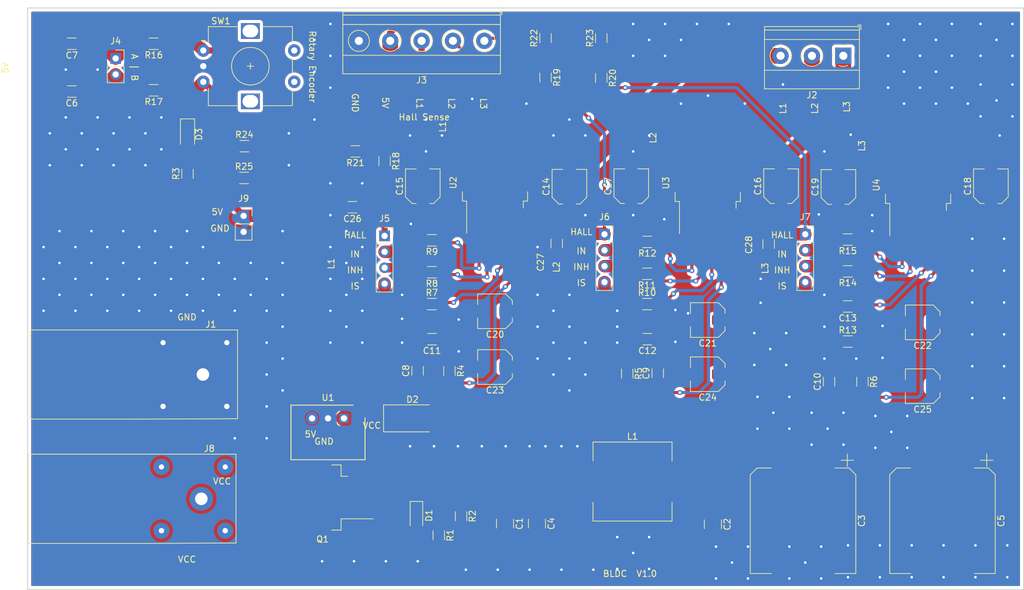
<source format=kicad_pcb>
(kicad_pcb (version 20171130) (host pcbnew 5.1.10)
  (title_block (title "PCB-Layout for BLDC Controller") (date 2021-11-06) (rev V1))
  (layers (0 F.Cu signal) (31 B.Cu signal) (34 B.Paste user) (35 F.Paste user) (36 B.SilkS user) (37 F.SilkS user) (38 B.Mask user) (39 F.Mask user) (44 Edge.Cuts user))
  (net 0 "")
  (net 1 "Net-(D1-Pad2)")
  (net 2 GND)
  (net 3 "Net-(D3-Pad2)")
  (net 4 /VCC_5V)
  (net 5 "Net-(C11-Pad1)")
  (net 6 "Net-(R8-Pad1)")
  (net 7 "Net-(R9-Pad1)")
  (net 8 "Net-(C12-Pad1)")
  (net 9 "Net-(R11-Pad1)")
  (net 10 "Net-(R12-Pad1)")
  (net 11 "Net-(C13-Pad1)")
  (net 12 "Net-(R14-Pad1)")
  (net 13 "Net-(R15-Pad1)")
  (net 14 /L1_Motor)
  (net 15 /VCC_Filtered)
  (net 16 /L2_Motor)
  (net 17 /L3_Motor)
  (net 18 /VCC_Polartiy_Check)
  (net 19 "Net-(D2-Pad1)")
  (net 20 /L1_Sense)
  (net 21 /L2_Sense)
  (net 22 /L3_Sense)
  (net 23 /VCC_Unregulated)
  (net 24 /L1_IS)
  (net 25 /L2_IS)
  (net 26 /L3_IS)
  (net 27 /Rot_B_Pull_Up)
  (net 28 /Rot_A_Pull_Up)
  (net 29 /L3_IN)
  (net 30 /L2_IN)
  (net 31 /L1_IN)
  (net 32 /L3_INH)
  (net 33 /L2_INH)
  (net 34 /L1_INH)
  (net 35 "Net-(C26-Pad1)")
  (net 36 "Net-(C27-Pad1)")
  (net 37 "Net-(C28-Pad1)")
  (net 38 "Net-(R16-Pad1)")
  (net 39 "Net-(R17-Pad1)")
  (module Connector:CalTest_CT3151 (layer F.Cu) (at 39.37 127)
    (fp_text reference J1 (at 2.54 -5.46) (layer F.SilkS))
    (fp_text value "Ground Terminal")
    (pad 1 thru_hole circle (at 1.27 2.54) (size 3.8 3.8) (drill 2) (layers *.Cu *.Mask) (net 2 GND))
    (pad 1 thru_hole circle (at 5.08 7.62) (size 2.6 2.6) (drill 0.85) (layers *.Cu *.Mask) (net 2 GND))
    (pad 1 thru_hole circle (at 5.08 -2.54) (size 2.6 2.6) (drill 0.82) (layers *.Cu *.Mask) (net 2 GND))
    (pad 1 thru_hole circle (at -5.08 -2.54) (size 2.6 2.6) (drill 0.82) (layers *.Cu *.Mask) (net 2 GND))
    (pad 1 thru_hole circle (at -5.08 7.62) (size 2.6 2.6) (drill 0.85) (layers *.Cu *.Mask) (net 2 GND))
  )
  (module Connector:CalTest_CT3151 (layer F.Cu) (at 39.116 146.812)
    (fp_text reference J8 (at 2.54 -5.46) (layer F.SilkS))
    (fp_text value "Power Terminal")
    (pad 1 thru_hole circle (at 1.27 2.54) (size 3.8 3.8) (drill 2) (layers *.Cu *.Mask) (net 23 /VCC_Unregulated))
    (pad 1 thru_hole circle (at 5.08 7.62) (size 2.6 2.6) (drill 0.85) (layers *.Cu *.Mask) (net 23 /VCC_Unregulated))
    (pad 1 thru_hole circle (at 5.08 -2.54) (size 2.6 2.6) (drill 0.82) (layers *.Cu *.Mask) (net 23 /VCC_Unregulated))
    (pad 1 thru_hole circle (at -5.08 -2.54) (size 2.6 2.6) (drill 0.82) (layers *.Cu *.Mask) (net 23 /VCC_Unregulated))
    (pad 1 thru_hole circle (at -5.08 7.62) (size 2.6 2.6) (drill 0.85) (layers *.Cu *.Mask) (net 23 /VCC_Unregulated))
  )
  (module TerminalBlock_Phoenix:TerminalBlock_Phoenix_MKDS-1,5-5_1x05_P5.00mm_Horizontal (layer F.Cu) (at 85.4964 76.3524 180)
    (fp_text reference J3 (at 10 -6.26) (layer F.SilkS))
    (fp_text value Conn_01x05)
    (pad 5 thru_hole rect (at 20 0 180) (size 2.6 2.6) (drill 1.3) (layers *.Cu *.Mask) (net 2 GND))
    (pad 4 thru_hole circle (at 15 0 180) (size 2.6 2.6) (drill 1.3) (layers *.Cu *.Mask) (net 4 /VCC_5V))
    (pad 3 thru_hole circle (at 10 0 180) (size 2.6 2.6) (drill 1.3) (layers *.Cu *.Mask) (net 20 /L1_Sense))
    (pad 2 thru_hole circle (at 5 0 180) (size 2.6 2.6) (drill 1.3) (layers *.Cu *.Mask) (net 21 /L2_Sense))
    (pad 1 thru_hole circle (at 0 0 180) (size 2.6 2.6) (drill 1.3) (layers *.Cu *.Mask) (net 22 /L3_Sense))
  )
  (module Resistor_SMD:R_1206_3216Metric_Pad1.30x1.75mm_HandSolder (layer F.Cu) (at 47.202 98.212)
    (fp_text reference R25 (at 0 -1.82) (layer F.SilkS))
    (fp_text value 10k)
    (pad 2 smd roundrect (at 1.55 0) (size 1.3 1.75) (layers F.Cu F.Paste F.Mask) (roundrect_rratio 0.192308) (net 4 /VCC_5V))
    (pad 1 smd roundrect (at -1.55 0) (size 1.3 1.75) (layers F.Cu F.Paste F.Mask) (roundrect_rratio 0.192308) (net 39 "Net-(R17-Pad1)"))
  )
  (module Resistor_SMD:R_1206_3216Metric_Pad1.30x1.75mm_HandSolder (layer F.Cu) (at 47.254 93.132)
    (fp_text reference R24 (at 0 -1.82) (layer F.SilkS))
    (fp_text value 10k)
    (pad 2 smd roundrect (at 1.55 0) (size 1.3 1.75) (layers F.Cu F.Paste F.Mask) (roundrect_rratio 0.192308) (net 4 /VCC_5V))
    (pad 1 smd roundrect (at -1.55 0) (size 1.3 1.75) (layers F.Cu F.Paste F.Mask) (roundrect_rratio 0.192308) (net 38 "Net-(R16-Pad1)"))
  )
  (module Resistor_SMD:R_1206_3216Metric_Pad1.30x1.75mm_HandSolder (layer F.Cu) (at 104.14 75.92 90)
    (fp_text reference R23 (at 0 -1.82 90) (layer F.SilkS))
    (fp_text value 10k)
    (pad 2 smd roundrect (at 1.55 0 90) (size 1.3 1.75) (layers F.Cu F.Paste F.Mask) (roundrect_rratio 0.192308) (net 4 /VCC_5V))
    (pad 1 smd roundrect (at -1.55 0 90) (size 1.3 1.75) (layers F.Cu F.Paste F.Mask) (roundrect_rratio 0.192308) (net 22 /L3_Sense))
  )
  (module Resistor_SMD:R_1206_3216Metric_Pad1.30x1.75mm_HandSolder (layer F.Cu) (at 95.25 75.92 90)
    (fp_text reference R22 (at 0 -1.82 90) (layer F.SilkS))
    (fp_text value 10k)
    (pad 2 smd roundrect (at 1.55 0 90) (size 1.3 1.75) (layers F.Cu F.Paste F.Mask) (roundrect_rratio 0.192308) (net 4 /VCC_5V))
    (pad 1 smd roundrect (at -1.55 0 90) (size 1.3 1.75) (layers F.Cu F.Paste F.Mask) (roundrect_rratio 0.192308) (net 21 /L2_Sense))
  )
  (module Resistor_SMD:R_1206_3216Metric_Pad1.30x1.75mm_HandSolder (layer F.Cu) (at 64.9484 93.98 180)
    (fp_text reference R21 (at 0 -1.82) (layer F.SilkS))
    (fp_text value 10k)
    (pad 2 smd roundrect (at 1.55 0 180) (size 1.3 1.75) (layers F.Cu F.Paste F.Mask) (roundrect_rratio 0.192308) (net 4 /VCC_5V))
    (pad 1 smd roundrect (at -1.55 0 180) (size 1.3 1.75) (layers F.Cu F.Paste F.Mask) (roundrect_rratio 0.192308) (net 20 /L1_Sense))
  )
  (module Resistor_SMD:R_1206_3216Metric_Pad1.30x1.75mm_HandSolder (layer F.Cu) (at 104.14 82.27 270)
    (fp_text reference R20 (at 0 -1.82 90) (layer F.SilkS))
    (fp_text value 10k)
    (pad 2 smd roundrect (at 1.55 0 270) (size 1.3 1.75) (layers F.Cu F.Paste F.Mask) (roundrect_rratio 0.1923076923076923) (net 37 "Net-(C28-Pad1)"))
    (pad 1 smd roundrect (at -1.55 0 270) (size 1.3 1.75) (layers F.Cu F.Paste F.Mask) (roundrect_rratio 0.1923076923076923) (net 22 /L3_Sense))
  )
  (module Resistor_SMD:R_1206_3216Metric_Pad1.30x1.75mm_HandSolder (layer F.Cu) (at 95.25 82.195 270)
    (fp_text reference R19 (at 0 -1.82 90) (layer F.SilkS))
    (fp_text value 10k)
    (pad 1 smd roundrect (at -1.55 0 270) (size 1.3 1.75) (layers F.Cu F.Paste F.Mask) (roundrect_rratio 0.1923076923076923) (net 21 /L2_Sense))
    (pad 2 smd roundrect (at 1.55 0 270) (size 1.3 1.75) (layers F.Cu F.Paste F.Mask) (roundrect_rratio 0.1923076923076923) (net 36 "Net-(C27-Pad1)"))
  )
  (module Resistor_SMD:R_1206_3216Metric_Pad1.30x1.75mm_HandSolder (layer F.Cu) (at 69.596 95.53 270)
    (fp_text reference R18 (at 0 -1.82 90) (layer F.SilkS))
    (fp_text value 10k)
    (pad 2 smd roundrect (at 1.55 0 270) (size 1.3 1.75) (layers F.Cu F.Paste F.Mask) (roundrect_rratio 0.1923076923076923) (net 35 "Net-(C26-Pad1)"))
    (pad 1 smd roundrect (at -1.55 0 270) (size 1.3 1.75) (layers F.Cu F.Paste F.Mask) (roundrect_rratio 0.1923076923076923) (net 20 /L1_Sense))
  )
  (module Capacitor_SMD:C_1206_3216Metric_Pad1.33x1.80mm_HandSolder (layer F.Cu) (at 130.81 108.7505 270)
    (fp_text reference C28 (at 0.1139 3.1496 90) (layer F.SilkS))
    (fp_text value 1nF)
    (pad 2 smd roundrect (at 1.5625 0 270) (size 1.325 1.8) (layers F.Cu F.Paste F.Mask) (roundrect_rratio 0.1886784905660377) (net 2 GND))
    (pad 1 smd roundrect (at -1.5625 0 270) (size 1.325 1.8) (layers F.Cu F.Paste F.Mask) (roundrect_rratio 0.1886784905660377) (net 37 "Net-(C28-Pad1)"))
  )
  (module Capacitor_SMD:C_1206_3216Metric_Pad1.33x1.80mm_HandSolder (layer F.Cu) (at 97.028 108.6735 270)
    (fp_text reference C27 (at 2.9849 2.5654 90) (layer F.SilkS))
    (fp_text value 1nF)
    (pad 2 smd roundrect (at 1.5625 0 270) (size 1.325 1.8) (layers F.Cu F.Paste F.Mask) (roundrect_rratio 0.1886784905660377) (net 2 GND))
    (pad 1 smd roundrect (at -1.5625 0 270) (size 1.325 1.8) (layers F.Cu F.Paste F.Mask) (roundrect_rratio 0.1886784905660377) (net 36 "Net-(C27-Pad1)"))
  )
  (module Capacitor_SMD:C_1206_3216Metric_Pad1.33x1.80mm_HandSolder (layer F.Cu) (at 64.4775 102.87 180)
    (fp_text reference C26 (at 0 -1.85) (layer F.SilkS))
    (fp_text value 1nF)
    (pad 2 smd roundrect (at 1.5625 0 180) (size 1.325 1.8) (layers F.Cu F.Paste F.Mask) (roundrect_rratio 0.1886784905660377) (net 2 GND))
    (pad 1 smd roundrect (at -1.5625 0 180) (size 1.325 1.8) (layers F.Cu F.Paste F.Mask) (roundrect_rratio 0.1886784905660377) (net 35 "Net-(C26-Pad1)"))
  )
  (module Connector_PinSocket_2.54mm:PinSocket_1x02_P2.54mm_Vertical (layer F.Cu) (at 47.1264 104.2572)
    (fp_text reference J9 (at 0 -2.77) (layer F.SilkS))
    (fp_text value Conn_01x02)
    (pad 2 thru_hole oval (at 0 2.54) (size 1.7 1.7) (drill 1) (layers *.Cu *.Mask) (net 2 GND))
    (pad 1 thru_hole rect (at 0 0) (size 1.7 1.7) (drill 1) (layers *.Cu *.Mask) (net 4 /VCC_5V))
  )
  (module Connector_PinSocket_2.54mm:PinSocket_1x04_P2.54mm_Vertical (layer F.Cu) (at 69.596 107.442)
    (fp_text reference J5 (at 0 -2.77) (layer F.SilkS))
    (fp_text value Conn_01x04)
    (pad 4 thru_hole oval (at 0 7.62) (size 1.7 1.7) (drill 1) (layers *.Cu *.Mask) (net 24 /L1_IS))
    (pad 3 thru_hole oval (at 0 5.08) (size 1.7 1.7) (drill 1) (layers *.Cu *.Mask) (net 34 /L1_INH))
    (pad 2 thru_hole oval (at 0 2.54) (size 1.7 1.7) (drill 1) (layers *.Cu *.Mask) (net 31 /L1_IN))
    (pad 1 thru_hole rect (at 0 0) (size 1.7 1.7) (drill 1) (layers *.Cu *.Mask) (net 35 "Net-(C26-Pad1)"))
  )
  (module Connector_PinSocket_2.54mm:PinSocket_1x04_P2.54mm_Vertical (layer F.Cu) (at 136.652 107.188)
    (fp_text reference J7 (at 0 -2.77) (layer F.SilkS))
    (fp_text value Conn_01x04)
    (pad 4 thru_hole oval (at 0 7.62) (size 1.7 1.7) (drill 1) (layers *.Cu *.Mask) (net 26 /L3_IS))
    (pad 3 thru_hole oval (at 0 5.08) (size 1.7 1.7) (drill 1) (layers *.Cu *.Mask) (net 32 /L3_INH))
    (pad 2 thru_hole oval (at 0 2.54) (size 1.7 1.7) (drill 1) (layers *.Cu *.Mask) (net 29 /L3_IN))
    (pad 1 thru_hole rect (at 0 0) (size 1.7 1.7) (drill 1) (layers *.Cu *.Mask) (net 37 "Net-(C28-Pad1)"))
  )
  (module Connector_PinSocket_2.54mm:PinSocket_1x04_P2.54mm_Vertical (layer F.Cu) (at 104.648 107.188)
    (fp_text reference J6 (at 0 -2.77) (layer F.SilkS))
    (fp_text value Conn_01x04)
    (pad 4 thru_hole oval (at 0 7.62) (size 1.7 1.7) (drill 1) (layers *.Cu *.Mask) (net 25 /L2_IS))
    (pad 3 thru_hole oval (at 0 5.08) (size 1.7 1.7) (drill 1) (layers *.Cu *.Mask) (net 33 /L2_INH))
    (pad 2 thru_hole oval (at 0 2.54) (size 1.7 1.7) (drill 1) (layers *.Cu *.Mask) (net 30 /L2_IN))
    (pad 1 thru_hole rect (at 0 0) (size 1.7 1.7) (drill 1) (layers *.Cu *.Mask) (net 36 "Net-(C27-Pad1)"))
  )
  (module Connector_PinSocket_2.54mm:PinSocket_1x02_P2.54mm_Vertical (layer F.Cu) (at 26.7302 79.162)
    (fp_text reference J4 (at 0 -2.77) (layer F.SilkS))
    (fp_text value Conn_01x02)
    (pad 2 thru_hole oval (at 0 2.54) (size 1.7 1.7) (drill 1) (layers *.Cu *.Mask) (net 27 /Rot_B_Pull_Up))
    (pad 1 thru_hole rect (at 0 0) (size 1.7 1.7) (drill 1) (layers *.Cu *.Mask) (net 28 /Rot_A_Pull_Up))
  )
  (module Rotary_Encoder:RotaryEncoder_Alps_EC12E-Switch_Vertical_H20mm (layer F.Cu) (at 40.7002 77.892)
    (fp_text reference SW1 (at 2.8 -4.7) (layer F.SilkS))
    (fp_text value Rotary_Encoder)
    (pad A thru_hole circle (at 0 0) (size 2 2) (drill 1) (layers *.Cu *.Mask) (net 38 "Net-(R16-Pad1)"))
    (pad C thru_hole rect (at 0 2.5) (size 2 2) (drill 1) (layers *.Cu *.Mask) (net 2 GND))
    (pad B thru_hole circle (at 0 5) (size 2 2) (drill 1) (layers *.Cu *.Mask) (net 39 "Net-(R17-Pad1)"))
    (pad MP thru_hole rect (at 7.5 -3.1) (size 3 2.5) (drill oval 2.5 2) (layers *.Cu *.Mask))
    (pad MP thru_hole rect (at 7.5 8.1) (size 3 2.5) (drill oval 2.5 2) (layers *.Cu *.Mask))
    (pad S1 thru_hole circle (at 14.5 0) (size 2 2) (drill 1) (layers *.Cu *.Mask))
    (pad S2 thru_hole circle (at 14.5 5) (size 2 2) (drill 1) (layers *.Cu *.Mask))
  )
  (module TerminalBlock_Phoenix:TerminalBlock_Phoenix_MKDS-1,5-3_1x03_P5.00mm_Horizontal (layer F.Cu) (at 142.715 78.74 180)
    (fp_text reference J2 (at 5 -6.26) (layer F.SilkS))
    (fp_text value Conn_01x03)
    (pad 3 thru_hole circle (at 10 0 180) (size 2.6 2.6) (drill 1.3) (layers *.Cu *.Mask) (net 14 /L1_Motor))
    (pad 2 thru_hole circle (at 5 0 180) (size 2.6 2.6) (drill 1.3) (layers *.Cu *.Mask) (net 16 /L2_Motor))
    (pad 1 thru_hole rect (at 0 0 180) (size 2.6 2.6) (drill 1.3) (layers *.Cu *.Mask) (net 17 /L3_Motor))
  )
  (module Capacitor_SMD:C_1210_3225Metric_Pad1.33x2.70mm_HandSolder (layer F.Cu) (at 93.8784 153.3013 270)
    (fp_text reference C4 (at 0 -2.3 90) (layer F.SilkS))
    (fp_text value 10uF)
    (pad 2 smd roundrect (at 1.5625 0 270) (size 1.325 2.7) (layers F.Cu F.Paste F.Mask) (roundrect_rratio 0.1886784905660377) (net 2 GND))
    (pad 1 smd roundrect (at -1.5625 0 270) (size 1.325 2.7) (layers F.Cu F.Paste F.Mask) (roundrect_rratio 0.1886784905660377) (net 18 /VCC_Polartiy_Check))
  )
  (module Capacitor_SMD:C_1210_3225Metric_Pad1.33x2.70mm_HandSolder (layer F.Cu) (at 121.92 153.416 270)
    (fp_text reference C2 (at 0 -2.3 90) (layer F.SilkS))
    (fp_text value 10uF)
    (pad 2 smd roundrect (at 1.5625 0 270) (size 1.325 2.7) (layers F.Cu F.Paste F.Mask) (roundrect_rratio 0.1886784905660377) (net 2 GND))
    (pad 1 smd roundrect (at -1.5625 0 270) (size 1.325 2.7) (layers F.Cu F.Paste F.Mask) (roundrect_rratio 0.1886784905660377) (net 15 /VCC_Filtered))
  )
  (module Capacitor_SMD:C_1210_3225Metric_Pad1.33x2.70mm_HandSolder (layer F.Cu) (at 88.7984 153.3013 270)
    (fp_text reference C1 (at 0 -2.3 90) (layer F.SilkS))
    (fp_text value 10uF)
    (pad 2 smd roundrect (at 1.5625 0 270) (size 1.325 2.7) (layers F.Cu F.Paste F.Mask) (roundrect_rratio 0.1886784905660377) (net 2 GND))
    (pad 1 smd roundrect (at -1.5625 0 270) (size 1.325 2.7) (layers F.Cu F.Paste F.Mask) (roundrect_rratio 0.1886784905660377) (net 18 /VCC_Polartiy_Check))
  )
  (module Package_TO_SOT_SMD:TO-263-7_TabPin8 (layer F.Cu) (at 154.6352 99.3242 90)
    (fp_text reference U4 (at 0 -6.65 90) (layer F.SilkS))
    (fp_text value BTN8962TA)
    (pad 1 smd rect (at -5.775 -3.81 90) (size 8.6 0.8) (drill (offset -2 0)) (layers F.Cu F.Paste F.Mask) (net 2 GND))
    (pad 2 smd rect (at -5.775 -2.54 90) (size 8.6 0.8) (drill (offset -2 0)) (layers F.Cu F.Paste F.Mask) (net 13 "Net-(R15-Pad1)"))
    (pad 3 smd rect (at -5.775 -1.27 90) (size 8.6 0.8) (drill (offset -2 0)) (layers F.Cu F.Paste F.Mask) (net 12 "Net-(R14-Pad1)"))
    (pad 4 smd rect (at -5.775 0 90) (size 8.6 0.8) (drill (offset -2 0)) (layers F.Cu F.Paste F.Mask) (net 17 /L3_Motor))
    (pad 5 smd rect (at -5.775 1.27 90) (size 8.6 0.8) (drill (offset -2 0)) (layers F.Cu F.Paste F.Mask) (net 11 "Net-(C13-Pad1)"))
    (pad 6 smd rect (at -5.775 2.54 90) (size 8.6 0.8) (drill (offset -2 0)) (layers F.Cu F.Paste F.Mask) (net 26 /L3_IS))
    (pad 7 smd rect (at -5.775 3.81 90) (size 8.6 0.8) (drill (offset -2 0)) (layers F.Cu F.Paste F.Mask) (net 15 /VCC_Filtered))
    (pad 8 smd rect (at 3.375 0 90) (size 11.4 12.8) (drill (offset 1 0)) (layers F.Cu F.Mask) (net 17 /L3_Motor))
    (pad "" smd rect (at 5.8 2.775 90) (size 6.55 6.25) (drill (offset 1 0.5)) (layers F.Paste))
    (pad "" smd rect (at 0.95 -2.775 90) (size 4.55 6.25) (drill (offset 0 -0.5)) (layers F.Paste))
    (pad "" smd rect (at 5.8 -2.775 90) (size 6.55 6.25) (drill (offset 1 -0.5)) (layers F.Paste))
    (pad "" smd rect (at 0.95 2.775 90) (size 4.55 6.25) (drill (offset 0 0.5)) (layers F.Paste))
  )
  (module Capacitor_SMD:C_Elec_5x5.4 (layer F.Cu) (at 121.1072 120.8532 180)
    (fp_text reference C21 (at 0 -3.7) (layer F.SilkS))
    (fp_text value 100nF)
    (pad 2 smd roundrect (at 2.0625 0 180) (size 2.775 1.6) (layers F.Cu F.Paste F.Mask) (roundrect_rratio 0.15625) (net 2 GND))
    (pad 1 smd roundrect (at -2.0625 0 180) (size 2.775 1.6) (layers F.Cu F.Paste F.Mask) (roundrect_rratio 0.15625) (net 15 /VCC_Filtered))
  )
  (module Capacitor_SMD:C_Elec_5x5.4 (layer F.Cu) (at 132.7912 99.5172 90)
    (fp_text reference C16 (at 0 -3.7 90) (layer F.SilkS))
    (fp_text value 220nF)
    (pad 2 smd roundrect (at 2.0625 0 90) (size 2.775 1.6) (layers F.Cu F.Paste F.Mask) (roundrect_rratio 0.15625) (net 16 /L2_Motor))
    (pad 1 smd roundrect (at -2.0625 0 90) (size 2.775 1.6) (layers F.Cu F.Paste F.Mask) (roundrect_rratio 0.15625) (net 15 /VCC_Filtered))
  )
  (module Capacitor_SMD:C_Elec_5x5.4 (layer F.Cu) (at 108.9152 99.5172 90)
    (fp_text reference C17 (at 0 -3.7 90) (layer F.SilkS))
    (fp_text value 220nF)
    (pad 2 smd roundrect (at 2.0625 0 90) (size 2.775 1.6) (layers F.Cu F.Paste F.Mask) (roundrect_rratio 0.15625) (net 16 /L2_Motor))
    (pad 1 smd roundrect (at -2.0625 0 90) (size 2.775 1.6) (layers F.Cu F.Paste F.Mask) (roundrect_rratio 0.15625) (net 2 GND))
  )
  (module Package_TO_SOT_SMD:TO-263-7_TabPin8 (layer F.Cu) (at 87.1982 98.9552 90)
    (fp_text reference U2 (at 0 -6.65 90) (layer F.SilkS))
    (fp_text value BTN8962TA)
    (pad 1 smd rect (at -5.775 -3.81 90) (size 8.6 0.8) (drill (offset -2 0)) (layers F.Cu F.Paste F.Mask) (net 2 GND))
    (pad 2 smd rect (at -5.775 -2.54 90) (size 8.6 0.8) (drill (offset -2 0)) (layers F.Cu F.Paste F.Mask) (net 7 "Net-(R9-Pad1)"))
    (pad 3 smd rect (at -5.775 -1.27 90) (size 8.6 0.8) (drill (offset -2 0)) (layers F.Cu F.Paste F.Mask) (net 6 "Net-(R8-Pad1)"))
    (pad 4 smd rect (at -5.775 0 90) (size 8.6 0.8) (drill (offset -2 0)) (layers F.Cu F.Paste F.Mask) (net 14 /L1_Motor))
    (pad 5 smd rect (at -5.775 1.27 90) (size 8.6 0.8) (drill (offset -2 0)) (layers F.Cu F.Paste F.Mask) (net 5 "Net-(C11-Pad1)"))
    (pad 6 smd rect (at -5.775 2.54 90) (size 8.6 0.8) (drill (offset -2 0)) (layers F.Cu F.Paste F.Mask) (net 24 /L1_IS))
    (pad 7 smd rect (at -5.775 3.81 90) (size 8.6 0.8) (drill (offset -2 0)) (layers F.Cu F.Paste F.Mask) (net 15 /VCC_Filtered))
    (pad 8 smd rect (at 3.375 0 90) (size 11.4 12.8) (drill (offset 1 0)) (layers F.Cu F.Mask) (net 14 /L1_Motor))
    (pad "" smd rect (at 5.8 2.775 90) (size 6.55 6.25) (drill (offset 1 0.5)) (layers F.Paste))
    (pad "" smd rect (at 0.95 -2.775 90) (size 4.55 6.25) (drill (offset 0 -0.5)) (layers F.Paste))
    (pad "" smd rect (at 5.8 -2.775 90) (size 6.55 6.25) (drill (offset 1 -0.5)) (layers F.Paste))
    (pad "" smd rect (at 0.95 2.775 90) (size 4.55 6.25) (drill (offset 0 0.5)) (layers F.Paste))
  )
  (module Package_TO_SOT_SMD:TO-263-7_TabPin8 (layer F.Cu) (at 121.1072 99.0092 90)
    (fp_text reference U3 (at 0 -6.65 90) (layer F.SilkS))
    (fp_text value BTN8962TA)
    (pad 1 smd rect (at -5.775 -3.81 90) (size 8.6 0.8) (drill (offset -2 0)) (layers F.Cu F.Paste F.Mask) (net 2 GND))
    (pad 2 smd rect (at -5.775 -2.54 90) (size 8.6 0.8) (drill (offset -2 0)) (layers F.Cu F.Paste F.Mask) (net 10 "Net-(R12-Pad1)"))
    (pad 3 smd rect (at -5.775 -1.27 90) (size 8.6 0.8) (drill (offset -2 0)) (layers F.Cu F.Paste F.Mask) (net 9 "Net-(R11-Pad1)"))
    (pad 4 smd rect (at -5.775 0 90) (size 8.6 0.8) (drill (offset -2 0)) (layers F.Cu F.Paste F.Mask) (net 16 /L2_Motor))
    (pad 5 smd rect (at -5.775 1.27 90) (size 8.6 0.8) (drill (offset -2 0)) (layers F.Cu F.Paste F.Mask) (net 8 "Net-(C12-Pad1)"))
    (pad 6 smd rect (at -5.775 2.54 90) (size 8.6 0.8) (drill (offset -2 0)) (layers F.Cu F.Paste F.Mask) (net 25 /L2_IS))
    (pad 7 smd rect (at -5.775 3.81 90) (size 8.6 0.8) (drill (offset -2 0)) (layers F.Cu F.Paste F.Mask) (net 15 /VCC_Filtered))
    (pad 8 smd rect (at 3.375 0 90) (size 11.4 12.8) (drill (offset 1 0)) (layers F.Cu F.Mask) (net 16 /L2_Motor))
    (pad "" smd rect (at 5.8 2.775 90) (size 6.55 6.25) (drill (offset 1 0.5)) (layers F.Paste))
    (pad "" smd rect (at 0.95 -2.775 90) (size 4.55 6.25) (drill (offset 0 -0.5)) (layers F.Paste))
    (pad "" smd rect (at 5.8 -2.775 90) (size 6.55 6.25) (drill (offset 1 -0.5)) (layers F.Paste))
    (pad "" smd rect (at 0.95 2.775 90) (size 4.55 6.25) (drill (offset 0 0.5)) (layers F.Paste))
  )
  (module Package_TO_SOT_SMD:TO-263-2 (layer F.Cu) (at 59.7154 149.1488 180)
    (fp_text reference Q1 (at 0 -6.65) (layer F.SilkS))
    (fp_text value IRF4905)
    (pad "" smd rect (at 0.95 2.775 180) (size 4.55 6.25) (drill (offset 0 0.5)) (layers F.Paste))
    (pad "" smd rect (at 5.8 -2.775 180) (size 6.55 6.25) (drill (offset 1 -0.5)) (layers F.Paste F.Mask))
    (pad "" smd rect (at 0.95 -2.775 180) (size 4.55 6.25) (drill (offset 0 -0.5)) (layers F.Paste F.Mask))
    (pad "" smd rect (at 5.8 2.775 180) (size 6.55 6.25) (drill (offset 1 0.5)) (layers F.Paste F.Mask))
    (pad 2 smd rect (at 3.375 0 180) (size 11.4 12.8) (drill (offset 1 0)) (layers F.Cu F.Mask) (net 23 /VCC_Unregulated))
    (pad 3 smd rect (at -5.775 2.54 180) (size 8.6 1.1) (drill (offset -2 0)) (layers F.Cu F.Paste F.Mask) (net 18 /VCC_Polartiy_Check))
    (pad 1 smd rect (at -5.775 -2.54 180) (size 8.6 1.1) (drill (offset -2 0)) (layers F.Cu F.Paste F.Mask) (net 1 "Net-(D1-Pad2)"))
  )
  (module Resistor_SMD:R_1206_3216Metric_Pad1.30x1.75mm_HandSolder (layer F.Cu) (at 32.8002 84.242 180)
    (fp_text reference R17 (at 0 -1.82) (layer F.SilkS))
    (fp_text value 10k)
    (pad 2 smd roundrect (at 1.55 0 180) (size 1.3 1.75) (layers F.Cu F.Paste F.Mask) (roundrect_rratio 0.1923069230769231) (net 27 /Rot_B_Pull_Up))
    (pad 1 smd roundrect (at -1.55 0 180) (size 1.3 1.75) (layers F.Cu F.Paste F.Mask) (roundrect_rratio 0.1923069230769231) (net 39 "Net-(R17-Pad1)"))
  )
  (module Resistor_SMD:R_1206_3216Metric_Pad1.30x1.75mm_HandSolder (layer F.Cu) (at 32.8002 76.8125 180)
    (fp_text reference R16 (at 0 -1.82) (layer F.SilkS))
    (fp_text value 10k)
    (pad 2 smd roundrect (at 1.55 0 180) (size 1.3 1.75) (layers F.Cu F.Paste F.Mask) (roundrect_rratio 0.1923069230769231) (net 28 /Rot_A_Pull_Up))
    (pad 1 smd roundrect (at -1.55 0 180) (size 1.3 1.75) (layers F.Cu F.Paste F.Mask) (roundrect_rratio 0.1923069230769231) (net 38 "Net-(R16-Pad1)"))
  )
  (module LED_SMD:LED_1206_3216Metric_Pad1.42x1.75mm_HandSolder (layer F.Cu) (at 38.1856 91.2508 270)
    (fp_text reference D3 (at 0 -1.82 90) (layer F.SilkS))
    (fp_text value LED)
    (pad 1 smd roundrect (at -1.4875 0 270) (size 1.425 1.75) (layers F.Cu F.Paste F.Mask) (roundrect_rratio 0.1754385964912281) (net 2 GND))
    (pad 2 smd roundrect (at 1.4875 0 270) (size 1.425 1.75) (layers F.Cu F.Paste F.Mask) (roundrect_rratio 0.1754385964912281) (net 3 "Net-(D3-Pad2)"))
  )
  (module Diode_SMD:D_SMB_Handsoldering (layer F.Cu) (at 74.041 136.525)
    (fp_text reference D2 (at 0 -3) (layer F.SilkS))
    (fp_text value D_Schottky)
    (pad 1 smd rect (at -2.7 0) (size 3.5 2.3) (layers F.Cu F.Paste F.Mask) (net 19 "Net-(D2-Pad1)"))
    (pad 2 smd rect (at 2.7 0) (size 3.5 2.3) (layers F.Cu F.Paste F.Mask) (net 15 /VCC_Filtered))
  )
  (module Diode_SMD:D_SOD-123 (layer F.Cu) (at 74.676 152.018 270)
    (fp_text reference D1 (at 0 -2 90) (layer F.SilkS))
    (fp_text value 12V)
    (pad 2 smd rect (at 1.65 0 270) (size 0.9 1.2) (layers F.Cu F.Paste F.Mask) (net 1 "Net-(D1-Pad2)"))
    (pad 1 smd rect (at -1.65 0 270) (size 0.9 1.2) (layers F.Cu F.Paste F.Mask) (net 18 /VCC_Polartiy_Check))
  )
  (module Capacitor_SMD:C_Elec_5x5.4 (layer F.Cu) (at 155.3667 131.3942 180)
    (fp_text reference C25 (at 0 -3.7) (layer F.SilkS))
    (fp_text value 470nF)
    (pad 2 smd roundrect (at 2.0625 0 180) (size 2.775 1.6) (layers F.Cu F.Paste F.Mask) (roundrect_rratio 0.15625) (net 2 GND))
    (pad 1 smd roundrect (at -2.0625 0 180) (size 2.775 1.6) (layers F.Cu F.Paste F.Mask) (roundrect_rratio 0.15625) (net 15 /VCC_Filtered))
  )
  (module Capacitor_SMD:C_Elec_5x5.4 (layer F.Cu) (at 121.1072 129.4892 180)
    (fp_text reference C24 (at 0 -3.7) (layer F.SilkS))
    (fp_text value 470nF)
    (pad 2 smd roundrect (at 2.0625 0 180) (size 2.775 1.6) (layers F.Cu F.Paste F.Mask) (roundrect_rratio 0.15625) (net 2 GND))
    (pad 1 smd roundrect (at -2.0625 0 180) (size 2.775 1.6) (layers F.Cu F.Paste F.Mask) (roundrect_rratio 0.15625) (net 15 /VCC_Filtered))
  )
  (module Capacitor_SMD:C_Elec_5x5.4 (layer F.Cu) (at 87.1982 128.3462 180)
    (fp_text reference C23 (at 0 -3.7) (layer F.SilkS))
    (fp_text value 470nF)
    (pad 2 smd roundrect (at 2.0625 0 180) (size 2.775 1.6) (layers F.Cu F.Paste F.Mask) (roundrect_rratio 0.15625) (net 2 GND))
    (pad 1 smd roundrect (at -2.0625 0 180) (size 2.775 1.6) (layers F.Cu F.Paste F.Mask) (roundrect_rratio 0.15625) (net 15 /VCC_Filtered))
  )
  (module Capacitor_SMD:C_Elec_5x5.4 (layer F.Cu) (at 155.3667 121.2342 180)
    (fp_text reference C22 (at 0 -3.7) (layer F.SilkS))
    (fp_text value 100nF)
    (pad 2 smd roundrect (at 2.0625 0 180) (size 2.775 1.6) (layers F.Cu F.Paste F.Mask) (roundrect_rratio 0.15625) (net 2 GND))
    (pad 1 smd roundrect (at -2.0625 0 180) (size 2.775 1.6) (layers F.Cu F.Paste F.Mask) (roundrect_rratio 0.15625) (net 15 /VCC_Filtered))
  )
  (module Capacitor_SMD:C_Elec_5x5.4 (layer F.Cu) (at 87.1982 119.4562 180)
    (fp_text reference C20 (at 0 -3.7) (layer F.SilkS))
    (fp_text value 100nF)
    (pad 2 smd roundrect (at 2.0625 0 180) (size 2.775 1.6) (layers F.Cu F.Paste F.Mask) (roundrect_rratio 0.15625) (net 2 GND))
    (pad 1 smd roundrect (at -2.0625 0 180) (size 2.775 1.6) (layers F.Cu F.Paste F.Mask) (roundrect_rratio 0.15625) (net 15 /VCC_Filtered))
  )
  (module Capacitor_SMD:C_Elec_5x5.4 (layer F.Cu) (at 141.9352 99.6442 90)
    (fp_text reference C19 (at 0 -3.7 90) (layer F.SilkS))
    (fp_text value 220nF)
    (pad 2 smd roundrect (at 2.0625 0 90) (size 2.775 1.6) (layers F.Cu F.Paste F.Mask) (roundrect_rratio 0.15625) (net 17 /L3_Motor))
    (pad 1 smd roundrect (at -2.0625 0 90) (size 2.775 1.6) (layers F.Cu F.Paste F.Mask) (roundrect_rratio 0.15625) (net 2 GND))
  )
  (module Capacitor_SMD:C_Elec_5x5.4 (layer F.Cu) (at 166.243 99.5375 90)
    (fp_text reference C18 (at 0 -3.7 90) (layer F.SilkS))
    (fp_text value 220nF)
    (pad 1 smd roundrect (at -2.0625 0 90) (size 2.775 1.6) (layers F.Cu F.Paste F.Mask) (roundrect_rratio 0.15625) (net 15 /VCC_Filtered))
    (pad 2 smd roundrect (at 2.0625 0 90) (size 2.775 1.6) (layers F.Cu F.Paste F.Mask) (roundrect_rratio 0.15625) (net 17 /L3_Motor))
  )
  (module Capacitor_SMD:C_Elec_5x5.4 (layer F.Cu) (at 75.692 99.5375 90)
    (fp_text reference C15 (at 0 -3.7 90) (layer F.SilkS))
    (fp_text value 220nF)
    (pad 2 smd roundrect (at 2.0625 0 90) (size 2.775 1.6) (layers F.Cu F.Paste F.Mask) (roundrect_rratio 0.15625) (net 14 /L1_Motor))
    (pad 1 smd roundrect (at -2.0625 0 90) (size 2.775 1.6) (layers F.Cu F.Paste F.Mask) (roundrect_rratio 0.15625) (net 2 GND))
  )
  (module Capacitor_SMD:C_Elec_5x5.4 (layer F.Cu) (at 99.06 99.5985 90)
    (fp_text reference C14 (at 0 -3.7 90) (layer F.SilkS))
    (fp_text value 220nF)
    (pad 2 smd roundrect (at 2.0625 0 90) (size 2.775 1.6) (layers F.Cu F.Paste F.Mask) (roundrect_rratio 0.15625) (net 14 /L1_Motor))
    (pad 1 smd roundrect (at -2.0625 0 90) (size 2.775 1.6) (layers F.Cu F.Paste F.Mask) (roundrect_rratio 0.15625) (net 15 /VCC_Filtered))
  )
  (module Capacitor_SMD:C_1206_3216Metric_Pad1.33x1.80mm_HandSolder (layer F.Cu) (at 143.4207 118.6942 180)
    (fp_text reference C13 (at 0 -1.85) (layer F.SilkS))
    (fp_text value 100nF)
    (pad 2 smd roundrect (at 1.5625 0 180) (size 1.325 1.8) (layers F.Cu F.Paste F.Mask) (roundrect_rratio 0.1886769811320755) (net 2 GND))
    (pad 1 smd roundrect (at -1.5625 0 180) (size 1.325 1.8) (layers F.Cu F.Paste F.Mask) (roundrect_rratio 0.1886769811320755) (net 11 "Net-(C13-Pad1)"))
  )
  (module Capacitor_SMD:C_1206_3216Metric_Pad1.33x1.80mm_HandSolder (layer F.Cu) (at 111.4937 123.9012 180)
    (fp_text reference C12 (at 0 -1.85) (layer F.SilkS))
    (fp_text value 100nF)
    (pad 2 smd roundrect (at 1.5625 0 180) (size 1.325 1.8) (layers F.Cu F.Paste F.Mask) (roundrect_rratio 0.1886769811320755) (net 2 GND))
    (pad 1 smd roundrect (at -1.5625 0 180) (size 1.325 1.8) (layers F.Cu F.Paste F.Mask) (roundrect_rratio 0.1886769811320755) (net 8 "Net-(C12-Pad1)"))
  )
  (module Capacitor_SMD:C_1206_3216Metric_Pad1.33x1.80mm_HandSolder (layer F.Cu) (at 77.1652 123.9012 180)
    (fp_text reference C11 (at 0 -1.85) (layer F.SilkS))
    (fp_text value 100nF)
    (pad 2 smd roundrect (at 1.5625 0 180) (size 1.325 1.8) (layers F.Cu F.Paste F.Mask) (roundrect_rratio 0.1886769811320755) (net 2 GND))
    (pad 1 smd roundrect (at -1.5625 0 180) (size 1.325 1.8) (layers F.Cu F.Paste F.Mask) (roundrect_rratio 0.1886769811320755) (net 5 "Net-(C11-Pad1)"))
  )
  (module Capacitor_SMD:C_1206_3216Metric_Pad1.33x1.80mm_HandSolder (layer F.Cu) (at 140.4366 130.6699 90)
    (fp_text reference C10 (at 0 -1.85 90) (layer F.SilkS))
    (fp_text value 1nF)
    (pad 2 smd roundrect (at 1.5625 0 90) (size 1.325 1.8) (layers F.Cu F.Paste F.Mask) (roundrect_rratio 0.1886769811320755) (net 2 GND))
    (pad 1 smd roundrect (at -1.5625 0 90) (size 1.325 1.8) (layers F.Cu F.Paste F.Mask) (roundrect_rratio 0.1886769811320755) (net 26 /L3_IS))
  )
  (module Capacitor_SMD:C_1206_3216Metric_Pad1.33x1.80mm_HandSolder (layer F.Cu) (at 113.1443 129.3372 90)
    (fp_text reference C9 (at 0 -1.85 90) (layer F.SilkS))
    (fp_text value 1nF)
    (pad 2 smd roundrect (at 1.5625 0 90) (size 1.325 1.8) (layers F.Cu F.Paste F.Mask) (roundrect_rratio 0.1886769811320755) (net 2 GND))
    (pad 1 smd roundrect (at -1.5625 0 90) (size 1.325 1.8) (layers F.Cu F.Paste F.Mask) (roundrect_rratio 0.1886769811320755) (net 25 /L2_IS))
  )
  (module Capacitor_SMD:C_1206_3216Metric_Pad1.33x1.80mm_HandSolder (layer F.Cu) (at 74.8538 128.9427 90)
    (fp_text reference C8 (at 0 -1.85 90) (layer F.SilkS))
    (fp_text value 1nF)
    (pad 2 smd roundrect (at 1.5625 0 90) (size 1.325 1.8) (layers F.Cu F.Paste F.Mask) (roundrect_rratio 0.1886769811320755) (net 2 GND))
    (pad 1 smd roundrect (at -1.5625 0 90) (size 1.325 1.8) (layers F.Cu F.Paste F.Mask) (roundrect_rratio 0.1886769811320755) (net 24 /L1_IS))
  )
  (module Capacitor_SMD:C_1206_3216Metric_Pad1.33x1.80mm_HandSolder (layer F.Cu) (at 19.7456 76.8125 180)
    (fp_text reference C7 (at 0 -1.85) (layer F.SilkS))
    (fp_text value 100nF)
    (pad 2 smd roundrect (at 1.5625 0 180) (size 1.325 1.8) (layers F.Cu F.Paste F.Mask) (roundrect_rratio 0.1886769811320755) (net 2 GND))
    (pad 1 smd roundrect (at -1.5625 0 180) (size 1.325 1.8) (layers F.Cu F.Paste F.Mask) (roundrect_rratio 0.1886769811320755) (net 28 /Rot_A_Pull_Up))
  )
  (module Capacitor_SMD:C_1206_3216Metric_Pad1.33x1.80mm_HandSolder (layer F.Cu) (at 19.7456 84.4325 180)
    (fp_text reference C6 (at 0 -1.85) (layer F.SilkS))
    (fp_text value 100nF)
    (pad 2 smd roundrect (at 1.5625 0 180) (size 1.325 1.8) (layers F.Cu F.Paste F.Mask) (roundrect_rratio 0.1886769811320755) (net 2 GND))
    (pad 1 smd roundrect (at -1.5625 0 180) (size 1.325 1.8) (layers F.Cu F.Paste F.Mask) (roundrect_rratio 0.1886769811320755) (net 27 /Rot_B_Pull_Up))
  )
  (module Capacitor_SMD:CP_Elec_16x17.5 (layer F.Cu) (at 158.5214 152.8588 270)
    (fp_text reference C5 (at 0 -9.35 90) (layer F.SilkS))
    (fp_text value 1500uF)
    (pad 2 smd roundrect (at 6.25 0 270) (size 7.8 9.6) (layers F.Cu F.Paste F.Mask) (roundrect_rratio 0.03205089743589744) (net 2 GND))
    (pad 1 smd roundrect (at -6.25 0 270) (size 7.8 9.6) (layers F.Cu F.Paste F.Mask) (roundrect_rratio 0.03205089743589744) (net 15 /VCC_Filtered))
  )
  (module Capacitor_SMD:CP_Elec_16x17.5 (layer F.Cu) (at 136.2964 152.8588 270)
    (fp_text reference C3 (at 0 -9.35 90) (layer F.SilkS))
    (fp_text value 1500uF)
    (pad 2 smd roundrect (at 6.25 0 270) (size 7.8 9.6) (layers F.Cu F.Paste F.Mask) (roundrect_rratio 0.03205089743589744) (net 2 GND))
    (pad 1 smd roundrect (at -6.25 0 270) (size 7.8 9.6) (layers F.Cu F.Paste F.Mask) (roundrect_rratio 0.03205089743589744) (net 15 /VCC_Filtered))
  )
  (module Resistor_SMD:R_1206_3216Metric_Pad1.30x1.75mm_HandSolder (layer F.Cu) (at 78.232 155.168 270)
    (fp_text reference R1 (at 0 -1.82 90) (layer F.SilkS))
    (fp_text value 1k)
    (pad 1 smd roundrect (at -1.55 0 270) (size 1.3 1.75) (layers F.Cu F.Paste F.Mask) (roundrect_rratio 0.1923069230769231) (net 1 "Net-(D1-Pad2)"))
    (pad 2 smd roundrect (at 1.55 0 270) (size 1.3 1.75) (layers F.Cu F.Paste F.Mask) (roundrect_rratio 0.1923069230769231) (net 2 GND))
  )
  (module Resistor_SMD:R_1206_3216Metric_Pad1.30x1.75mm_HandSolder (layer F.Cu) (at 81.788 152.12 270)
    (fp_text reference R2 (at 0 -1.82 90) (layer F.SilkS))
    (fp_text value 1M)
    (pad 2 smd roundrect (at 1.55 0 270) (size 1.3 1.75) (layers F.Cu F.Paste F.Mask) (roundrect_rratio 0.1923069230769231) (net 1 "Net-(D1-Pad2)"))
    (pad 1 smd roundrect (at -1.55 0 270) (size 1.3 1.75) (layers F.Cu F.Paste F.Mask) (roundrect_rratio 0.1923069230769231) (net 18 /VCC_Polartiy_Check))
  )
  (module Resistor_SMD:R_1206_3216Metric_Pad1.30x1.75mm_HandSolder (layer F.Cu) (at 38.1856 97.5383 90)
    (fp_text reference R3 (at 0 -1.82 90) (layer F.SilkS))
    (fp_text value 150)
    (pad 1 smd roundrect (at -1.55 0 90) (size 1.3 1.75) (layers F.Cu F.Paste F.Mask) (roundrect_rratio 0.1923069230769231) (net 4 /VCC_5V))
    (pad 2 smd roundrect (at 1.55 0 90) (size 1.3 1.75) (layers F.Cu F.Paste F.Mask) (roundrect_rratio 0.1923069230769231) (net 3 "Net-(D3-Pad2)"))
  )
  (module Resistor_SMD:R_1206_3216Metric_Pad1.30x1.75mm_HandSolder (layer F.Cu) (at 79.9338 128.9552 270)
    (fp_text reference R4 (at 0 -1.82 90) (layer F.SilkS))
    (fp_text value 1k)
    (pad 2 smd roundrect (at 1.55 0 270) (size 1.3 1.75) (layers F.Cu F.Paste F.Mask) (roundrect_rratio 0.1923069230769231) (net 24 /L1_IS))
    (pad 1 smd roundrect (at -1.55 0 270) (size 1.3 1.75) (layers F.Cu F.Paste F.Mask) (roundrect_rratio 0.1923069230769231) (net 2 GND))
  )
  (module Resistor_SMD:R_1206_3216Metric_Pad1.30x1.75mm_HandSolder (layer F.Cu) (at 108.2675 129.387 270)
    (fp_text reference R5 (at 0 -1.82 90) (layer F.SilkS))
    (fp_text value 1k)
    (pad 1 smd roundrect (at -1.55 0 270) (size 1.3 1.75) (layers F.Cu F.Paste F.Mask) (roundrect_rratio 0.1923069230769231) (net 2 GND))
    (pad 2 smd roundrect (at 1.55 0 270) (size 1.3 1.75) (layers F.Cu F.Paste F.Mask) (roundrect_rratio 0.1923069230769231) (net 25 /L2_IS))
  )
  (module Resistor_SMD:R_1206_3216Metric_Pad1.30x1.75mm_HandSolder (layer F.Cu) (at 145.7706 130.6824 270)
    (fp_text reference R6 (at 0 -1.82 90) (layer F.SilkS))
    (fp_text value 1k)
    (pad 1 smd roundrect (at -1.55 0 270) (size 1.3 1.75) (layers F.Cu F.Paste F.Mask) (roundrect_rratio 0.1923069230769231) (net 2 GND))
    (pad 2 smd roundrect (at 1.55 0 270) (size 1.3 1.75) (layers F.Cu F.Paste F.Mask) (roundrect_rratio 0.1923069230769231) (net 26 /L3_IS))
  )
  (module Resistor_SMD:R_1206_3216Metric_Pad1.30x1.75mm_HandSolder (layer F.Cu) (at 77.1392 118.3132)
    (fp_text reference R7 (at 0 -1.82) (layer F.SilkS))
    (fp_text value 0.51k)
    (pad 1 smd roundrect (at -1.55 0) (size 1.3 1.75) (layers F.Cu F.Paste F.Mask) (roundrect_rratio 0.1923069230769231) (net 2 GND))
    (pad 2 smd roundrect (at 1.55 0) (size 1.3 1.75) (layers F.Cu F.Paste F.Mask) (roundrect_rratio 0.1923069230769231) (net 5 "Net-(C11-Pad1)"))
  )
  (module Resistor_SMD:R_1206_3216Metric_Pad1.30x1.75mm_HandSolder (layer F.Cu) (at 77.1392 113.2332 180)
    (fp_text reference R8 (at 0 -1.82) (layer F.SilkS))
    (fp_text value 10k)
    (pad 2 smd roundrect (at 1.55 0 180) (size 1.3 1.75) (layers F.Cu F.Paste F.Mask) (roundrect_rratio 0.1923069230769231) (net 34 /L1_INH))
    (pad 1 smd roundrect (at -1.55 0 180) (size 1.3 1.75) (layers F.Cu F.Paste F.Mask) (roundrect_rratio 0.1923069230769231) (net 6 "Net-(R8-Pad1)"))
  )
  (module Resistor_SMD:R_1206_3216Metric_Pad1.30x1.75mm_HandSolder (layer F.Cu) (at 77.1392 108.1532 180)
    (fp_text reference R9 (at 0 -1.82) (layer F.SilkS))
    (fp_text value 10k)
    (pad 1 smd roundrect (at -1.55 0 180) (size 1.3 1.75) (layers F.Cu F.Paste F.Mask) (roundrect_rratio 0.1923069230769231) (net 7 "Net-(R9-Pad1)"))
    (pad 2 smd roundrect (at 1.55 0 180) (size 1.3 1.75) (layers F.Cu F.Paste F.Mask) (roundrect_rratio 0.1923069230769231) (net 31 /L1_IN))
  )
  (module Resistor_SMD:R_1206_3216Metric_Pad1.30x1.75mm_HandSolder (layer F.Cu) (at 111.4292 118.3132)
    (fp_text reference R10 (at 0 -1.82) (layer F.SilkS))
    (fp_text value 0.51k)
    (pad 2 smd roundrect (at 1.55 0) (size 1.3 1.75) (layers F.Cu F.Paste F.Mask) (roundrect_rratio 0.1923069230769231) (net 8 "Net-(C12-Pad1)"))
    (pad 1 smd roundrect (at -1.55 0) (size 1.3 1.75) (layers F.Cu F.Paste F.Mask) (roundrect_rratio 0.1923069230769231) (net 2 GND))
  )
  (module Resistor_SMD:R_1206_3216Metric_Pad1.30x1.75mm_HandSolder (layer F.Cu) (at 111.4292 113.4872 180)
    (fp_text reference R11 (at 0 -1.82) (layer F.SilkS))
    (fp_text value 10k)
    (pad 1 smd roundrect (at -1.55 0 180) (size 1.3 1.75) (layers F.Cu F.Paste F.Mask) (roundrect_rratio 0.1923069230769231) (net 9 "Net-(R11-Pad1)"))
    (pad 2 smd roundrect (at 1.55 0 180) (size 1.3 1.75) (layers F.Cu F.Paste F.Mask) (roundrect_rratio 0.1923069230769231) (net 33 /L2_INH))
  )
  (module Resistor_SMD:R_1206_3216Metric_Pad1.30x1.75mm_HandSolder (layer F.Cu) (at 111.4812 108.4072 180)
    (fp_text reference R12 (at 0 -1.82) (layer F.SilkS))
    (fp_text value 10k)
    (pad 1 smd roundrect (at -1.55 0 180) (size 1.3 1.75) (layers F.Cu F.Paste F.Mask) (roundrect_rratio 0.1923069230769231) (net 10 "Net-(R12-Pad1)"))
    (pad 2 smd roundrect (at 1.55 0 180) (size 1.3 1.75) (layers F.Cu F.Paste F.Mask) (roundrect_rratio 0.1923069230769231) (net 30 /L2_IN))
  )
  (module Resistor_SMD:R_1206_3216Metric_Pad1.30x1.75mm_HandSolder (layer F.Cu) (at 143.4332 124.2822)
    (fp_text reference R13 (at 0 -1.82) (layer F.SilkS))
    (fp_text value 0.51k)
    (pad 2 smd roundrect (at 1.55 0) (size 1.3 1.75) (layers F.Cu F.Paste F.Mask) (roundrect_rratio 0.1923069230769231) (net 11 "Net-(C13-Pad1)"))
    (pad 1 smd roundrect (at -1.55 0) (size 1.3 1.75) (layers F.Cu F.Paste F.Mask) (roundrect_rratio 0.1923069230769231) (net 2 GND))
  )
  (module Resistor_SMD:R_1206_3216Metric_Pad1.30x1.75mm_HandSolder (layer F.Cu) (at 143.4332 113.1062 180)
    (fp_text reference R14 (at 0 -1.82) (layer F.SilkS))
    (fp_text value 10k)
    (pad 1 smd roundrect (at -1.55 0 180) (size 1.3 1.75) (layers F.Cu F.Paste F.Mask) (roundrect_rratio 0.1923069230769231) (net 12 "Net-(R14-Pad1)"))
    (pad 2 smd roundrect (at 1.55 0 180) (size 1.3 1.75) (layers F.Cu F.Paste F.Mask) (roundrect_rratio 0.1923069230769231) (net 32 /L3_INH))
  )
  (module Resistor_SMD:R_1206_3216Metric_Pad1.30x1.75mm_HandSolder (layer F.Cu) (at 143.4332 108.0262 180)
    (fp_text reference R15 (at 0 -1.82) (layer F.SilkS))
    (fp_text value 10k)
    (pad 2 smd roundrect (at 1.55 0 180) (size 1.3 1.75) (layers F.Cu F.Paste F.Mask) (roundrect_rratio 0.1923069230769231) (net 29 /L3_IN))
    (pad 1 smd roundrect (at -1.55 0 180) (size 1.3 1.75) (layers F.Cu F.Paste F.Mask) (roundrect_rratio 0.1923069230769231) (net 13 "Net-(R15-Pad1)"))
  )
  (module Package_SIP:SIP3_11.6x8.5mm (layer F.Cu) (at 63.119 136.525 180)
    (fp_text reference U1 (at 2.54 3.3 180) (layer F.SilkS))
    (fp_text value "MagI3C WPMDH1100XX1S / 173010542")
    (pad 2 thru_hole circle (at 2.54 0) (size 1.8 1.8) (drill 1) (layers *.Cu *.Mask) (net 2 GND))
    (pad 1 thru_hole rect (at 0 0 90) (size 1.5 1.5) (drill 1) (layers *.Cu *.Mask) (net 19 "Net-(D2-Pad1)"))
    (pad 3 thru_hole circle (at 5.08 0 90) (size 2 2) (drill 1) (layers *.Cu *.Mask) (net 4 /VCC_5V))
  )
  (module Inductor_SMD:L_Wuerth_WE-PD-Typ-LS_Handsoldering (layer F.Cu) (at 109.1184 146.6088)
    (fp_text reference L1 (at 0 -7.2) (layer F.SilkS))
    (fp_text value 22uH)
    (pad 1 smd rect (at -5.9 0) (size 4.9 6) (layers F.Cu F.Paste F.Mask) (net 18 /VCC_Polartiy_Check))
    (pad 2 smd rect (at 5.9 0) (size 4.9 6) (layers F.Cu F.Paste F.Mask) (net 15 /VCC_Filtered))
  )
  (gr_text "VCC\n" (at 67.564 137.668) (layer F.SilkS) (effects (font (size 1 1))))
  (gr_text "GND\n" (at 59.944 140.208) (layer F.SilkS) (effects (font (size 1 1))))
  (gr_text VCC (at 38.1 159.004) (layer F.SilkS) (effects (font (size 1 1))))
  (gr_text "A | B" (at 29.7528 80.5844 270) (layer F.SilkS) (effects (font (size 1 1))))
  (gr_text "Rotary Encoder" (at 58.0992 80.4828 270) (layer F.SilkS) (effects (font (size 1 1))))
  (gr_line (start 171.45 71.12) (end 171.45 163.83) (layer Edge.Cuts) (width 0.15))
  (gr_line (start 12.7 163.83) (end 12.7 71.12) (layer Edge.Cuts) (width 0.15))
  (gr_line (start 171.45 163.83) (end 12.7 163.83) (layer Edge.Cuts) (width 0.15))
  (gr_line (start 12.7 71.12) (end 171.45 71.12) (layer Edge.Cuts) (width 0.15))
  (gr_text "L3\n" (at 130.2512 112.6236 90) (layer F.SilkS) (effects (font (size 1 1))))
  (gr_text "L2\n" (at 97.0026 112.4204 90) (layer F.SilkS) (effects (font (size 1 1))))
  (gr_text L1 (at 61.087 111.887 90) (layer F.SilkS) (effects (font (size 1 1))))
  (gr_text "IN\n" (at 132.969 110.363) (layer F.SilkS) (effects (font (size 1 1))))
  (gr_text HALL (at 132.969 107.315) (layer F.SilkS) (effects (font (size 1 1))))
  (gr_text "IS\n" (at 132.969 115.443) (layer F.SilkS) (effects (font (size 1 1))))
  (gr_text "INH\n" (at 132.969 112.903) (layer F.SilkS) (effects (font (size 1 1))))
  (gr_text "IN\n" (at 100.965 109.855) (layer F.SilkS) (effects (font (size 1 1))))
  (gr_text HALL (at 100.965 106.807) (layer F.SilkS) (effects (font (size 1 1))))
  (gr_text "IS\n" (at 100.965 114.935) (layer F.SilkS) (effects (font (size 1 1))))
  (gr_text "INH\n" (at 100.965 112.395) (layer F.SilkS) (effects (font (size 1 1))))
  (gr_text "IS\n" (at 64.897 115.443) (layer F.SilkS) (effects (font (size 1 1))))
  (gr_text "INH\n" (at 64.897 112.903) (layer F.SilkS) (effects (font (size 1 1))))
  (gr_text "IN\n" (at 64.897 110.363) (layer F.SilkS) (effects (font (size 1 1))))
  (gr_text HALL (at 64.897 107.315) (layer F.SilkS) (effects (font (size 1 1))))
  (gr_text "GND\n" (at 43.364 106.248) (layer F.SilkS) (effects (font (size 1 1))))
  (gr_text "5V\n" (at 42.9354 103.6222) (layer F.SilkS) (effects (font (size 1 1))))
  (gr_text "5V\n" (at 57.785 139.065) (layer F.SilkS) (effects (font (size 1 1))))
  (gr_text "BLDC  V1.0" (at 108.712 161.29) (layer F.SilkS) (effects (font (size 1 1))))
  (gr_text "GND\n" (at 64.897 86.233 270) (layer F.SilkS) (effects (font (size 1 1))))
  (gr_text "GND\n" (at 38.1 120.396) (layer F.SilkS) (effects (font (size 1 1))))
  (gr_text "VCC\n" (at 43.688 146.558) (layer F.SilkS) (effects (font (size 1 1))))
  (gr_text 5V (at 9.144 80.645 90) (layer F.SilkS) (effects (font (size 1 1))))
  (gr_text L3 (at 85.344 86.36 270) (layer F.SilkS) (effects (font (size 1 1))))
  (gr_text L2 (at 80.264 86.36 270) (layer F.SilkS) (effects (font (size 1 1))))
  (gr_text "L1\n" (at 75.184 86.36 270) (layer F.SilkS) (effects (font (size 1 1))))
  (gr_text "5V\n" (at 69.723 86.233 270) (layer F.SilkS) (effects (font (size 1 1))))
  (gr_text "Hall Sense\n" (at 75.9206 88.519) (layer F.SilkS) (effects (font (size 1 1))))
  (gr_text "L3\n" (at 143.256 86.868 90) (layer F.SilkS) (effects (font (size 1 1))))
  (gr_text L2 (at 138.176 87.122 90) (layer F.SilkS) (effects (font (size 1 1))))
  (gr_text "L1\n" (at 133.096 87.122 90) (layer F.SilkS) (effects (font (size 1 1))))
  (gr_text "L3\n" (at 145.669 93.091 90) (layer F.SilkS) (effects (font (size 1 1))))
  (gr_text "L2\n" (at 112.395 91.821 90) (layer F.SilkS) (effects (font (size 1 1))))
  (gr_text "L1\n" (at 78.867 90.043 90) (layer F.SilkS) (effects (font (size 1 1))))
  (via (at 133.604 128.016) (size 0.8) (drill 0.4) (layers F.Cu B.Cu) (net 2))
  (via (at 131.064 125.476) (size 0.8) (drill 0.4) (layers F.Cu B.Cu) (net 2))
  (via (at 133.604 122.936) (size 0.8) (drill 0.4) (layers F.Cu B.Cu) (net 2))
  (via (at 128.524 122.936) (size 0.8) (drill 0.4) (layers F.Cu B.Cu) (net 2))
  (via (at 128.524 128.016) (size 0.8) (drill 0.4) (layers F.Cu B.Cu) (net 2))
  (via (at 134.112 138.176) (size 0.8) (drill 0.4) (layers F.Cu B.Cu) (net 2))
  (via (at 129.032 133.096) (size 0.8) (drill 0.4) (layers F.Cu B.Cu) (net 2))
  (via (at 129.032 138.176) (size 0.8) (drill 0.4) (layers F.Cu B.Cu) (net 2))
  (via (at 134.112 133.096) (size 0.8) (drill 0.4) (layers F.Cu B.Cu) (net 2))
  (via (at 131.572 135.636) (size 0.8) (drill 0.4) (layers F.Cu B.Cu) (net 2))
  (via (at 142.748 140.716) (size 0.8) (drill 0.4) (layers F.Cu B.Cu) (net 2))
  (via (at 140.208 138.176) (size 0.8) (drill 0.4) (layers F.Cu B.Cu) (net 2))
  (via (at 142.748 135.636) (size 0.8) (drill 0.4) (layers F.Cu B.Cu) (net 2))
  (via (at 137.668 135.636) (size 0.8) (drill 0.4) (layers F.Cu B.Cu) (net 2))
  (via (at 137.668 140.716) (size 0.8) (drill 0.4) (layers F.Cu B.Cu) (net 2))
  (via (at 152.908 141.224) (size 0.8) (drill 0.4) (layers F.Cu B.Cu) (net 2))
  (via (at 150.368 138.684) (size 0.8) (drill 0.4) (layers F.Cu B.Cu) (net 2))
  (via (at 152.908 136.144) (size 0.8) (drill 0.4) (layers F.Cu B.Cu) (net 2))
  (via (at 147.828 136.144) (size 0.8) (drill 0.4) (layers F.Cu B.Cu) (net 2))
  (via (at 147.828 141.224) (size 0.8) (drill 0.4) (layers F.Cu B.Cu) (net 2))
  (via (at 169.672 78.74) (size 0.8) (drill 0.4) (layers F.Cu B.Cu) (net 2))
  (via (at 167.132 76.2) (size 0.8) (drill 0.4) (layers F.Cu B.Cu) (net 2))
  (via (at 169.672 73.66) (size 0.8) (drill 0.4) (layers F.Cu B.Cu) (net 2))
  (via (at 164.592 73.66) (size 0.8) (drill 0.4) (layers F.Cu B.Cu) (net 2))
  (via (at 164.592 78.74) (size 0.8) (drill 0.4) (layers F.Cu B.Cu) (net 2))
  (via (at 160.02 78.74) (size 0.8) (drill 0.4) (layers F.Cu B.Cu) (net 2))
  (via (at 157.48 76.2) (size 0.8) (drill 0.4) (layers F.Cu B.Cu) (net 2))
  (via (at 160.02 73.66) (size 0.8) (drill 0.4) (layers F.Cu B.Cu) (net 2))
  (via (at 154.94 73.66) (size 0.8) (drill 0.4) (layers F.Cu B.Cu) (net 2))
  (via (at 154.94 78.74) (size 0.8) (drill 0.4) (layers F.Cu B.Cu) (net 2))
  (via (at 169.672 88.392) (size 0.8) (drill 0.4) (layers F.Cu B.Cu) (net 2))
  (via (at 167.132 85.852) (size 0.8) (drill 0.4) (layers F.Cu B.Cu) (net 2))
  (via (at 169.672 83.312) (size 0.8) (drill 0.4) (layers F.Cu B.Cu) (net 2))
  (via (at 164.592 83.312) (size 0.8) (drill 0.4) (layers F.Cu B.Cu) (net 2))
  (via (at 164.592 88.392) (size 0.8) (drill 0.4) (layers F.Cu B.Cu) (net 2))
  (via (at 111.76 160.528) (size 0.8) (drill 0.4) (layers F.Cu B.Cu) (net 2))
  (via (at 109.22 157.988) (size 0.8) (drill 0.4) (layers F.Cu B.Cu) (net 2))
  (via (at 111.76 155.448) (size 0.8) (drill 0.4) (layers F.Cu B.Cu) (net 2))
  (via (at 106.68 155.448) (size 0.8) (drill 0.4) (layers F.Cu B.Cu) (net 2))
  (via (at 106.68 160.528) (size 0.8) (drill 0.4) (layers F.Cu B.Cu) (net 2))
  (via (at 127.508 162.052) (size 0.8) (drill 0.4) (layers F.Cu B.Cu) (net 2))
  (via (at 124.968 159.512) (size 0.8) (drill 0.4) (layers F.Cu B.Cu) (net 2))
  (via (at 127.508 156.972) (size 0.8) (drill 0.4) (layers F.Cu B.Cu) (net 2))
  (via (at 122.428 156.972) (size 0.8) (drill 0.4) (layers F.Cu B.Cu) (net 2))
  (via (at 122.428 162.052) (size 0.8) (drill 0.4) (layers F.Cu B.Cu) (net 2))
  (segment (start 65.4904 151.6888) (end 71.7804 151.6888) (width 1) (layer F.Cu) (net 1))
  (segment (start 78.004 153.67) (end 77.978 153.644) (width 2) (layer F.Cu) (net 1))
  (segment (start 81.788 153.67) (end 78.004 153.67) (width 2) (layer F.Cu) (net 1))
  (segment (start 74.7 153.644) (end 74.676 153.668) (width 2) (layer F.Cu) (net 1))
  (segment (start 77.978 153.644) (end 74.7 153.644) (width 2) (layer F.Cu) (net 1))
  (segment (start 65.4904 151.6888) (end 71.4248 151.6888) (width 1.5) (layer F.Cu) (net 1))
  (segment (start 73.404 153.668) (end 74.676 153.668) (width 1.5) (layer F.Cu) (net 1))
  (segment (start 71.4248 151.6888) (end 73.404 153.668) (width 1.5) (layer F.Cu) (net 1))
  (via (at 139.192 162.052) (size 0.8) (drill 0.4) (layers F.Cu B.Cu) (net 2))
  (via (at 136.652 159.512) (size 0.8) (drill 0.4) (layers F.Cu B.Cu) (net 2))
  (via (at 139.192 156.972) (size 0.8) (drill 0.4) (layers F.Cu B.Cu) (net 2))
  (via (at 134.112 156.972) (size 0.8) (drill 0.4) (layers F.Cu B.Cu) (net 2))
  (via (at 134.112 162.052) (size 0.8) (drill 0.4) (layers F.Cu B.Cu) (net 2))
  (via (at 163.7792 156.7688) (size 0.8) (drill 0.4) (layers F.Cu B.Cu) (net 2))
  (via (at 143.4592 161.8488) (size 0.8) (drill 0.4) (layers F.Cu B.Cu) (net 2))
  (via (at 163.7792 161.8488) (size 0.8) (drill 0.4) (layers F.Cu B.Cu) (net 2))
  (via (at 148.5392 156.7688) (size 0.8) (drill 0.4) (layers F.Cu B.Cu) (net 2))
  (via (at 148.5392 161.8488) (size 0.8) (drill 0.4) (layers F.Cu B.Cu) (net 2))
  (via (at 168.8592 161.8488) (size 0.8) (drill 0.4) (layers F.Cu B.Cu) (net 2))
  (via (at 158.6992 161.8488) (size 0.8) (drill 0.4) (layers F.Cu B.Cu) (net 2))
  (via (at 158.6992 156.7688) (size 0.8) (drill 0.4) (layers F.Cu B.Cu) (net 2))
  (via (at 153.6192 161.8488) (size 0.8) (drill 0.4) (layers F.Cu B.Cu) (net 2))
  (via (at 153.6192 156.7688) (size 0.8) (drill 0.4) (layers F.Cu B.Cu) (net 2))
  (via (at 143.4592 156.7688) (size 0.8) (drill 0.4) (layers F.Cu B.Cu) (net 2))
  (via (at 168.8592 156.7688) (size 0.8) (drill 0.4) (layers F.Cu B.Cu) (net 2))
  (via (at 69.7992 159.3088) (size 0.8) (drill 0.4) (layers F.Cu B.Cu) (net 2))
  (via (at 64.7192 159.3088) (size 0.8) (drill 0.4) (layers F.Cu B.Cu) (net 2))
  (via (at 59.6392 159.3088) (size 0.8) (drill 0.4) (layers F.Cu B.Cu) (net 2))
  (via (at 74.8792 159.3088) (size 0.8) (drill 0.4) (layers F.Cu B.Cu) (net 2))
  (via (at 168.3512 128.2192) (size 0.8) (drill 0.4) (layers F.Cu B.Cu) (net 2))
  (via (at 163.2712 107.8992) (size 0.8) (drill 0.4) (layers F.Cu B.Cu) (net 2))
  (via (at 163.2712 128.2192) (size 0.8) (drill 0.4) (layers F.Cu B.Cu) (net 2))
  (via (at 168.3512 112.9792) (size 0.8) (drill 0.4) (layers F.Cu B.Cu) (net 2))
  (via (at 163.2712 112.9792) (size 0.8) (drill 0.4) (layers F.Cu B.Cu) (net 2))
  (via (at 163.2712 133.2992) (size 0.8) (drill 0.4) (layers F.Cu B.Cu) (net 2))
  (via (at 163.2712 123.1392) (size 0.8) (drill 0.4) (layers F.Cu B.Cu) (net 2))
  (via (at 168.3512 123.1392) (size 0.8) (drill 0.4) (layers F.Cu B.Cu) (net 2))
  (via (at 163.2712 118.0592) (size 0.8) (drill 0.4) (layers F.Cu B.Cu) (net 2))
  (via (at 168.3512 118.0592) (size 0.8) (drill 0.4) (layers F.Cu B.Cu) (net 2))
  (via (at 168.3512 107.8992) (size 0.8) (drill 0.4) (layers F.Cu B.Cu) (net 2))
  (via (at 168.3512 133.2992) (size 0.8) (drill 0.4) (layers F.Cu B.Cu) (net 2))
  (segment (start 150.8252 118.7552) (end 153.3042 121.2342) (width 1) (layer F.Cu) (net 2))
  (segment (start 150.8252 105.0992) (end 150.8252 118.7552) (width 1) (layer F.Cu) (net 2))
  (segment (start 150.8252 128.9152) (end 153.3042 131.3942) (width 1) (layer F.Cu) (net 2))
  (segment (start 150.8252 118.7552) (end 150.8252 128.9152) (width 1) (layer F.Cu) (net 2))
  (segment (start 117.2972 117.5512) (end 117.2972 118.5977) (width 1) (layer F.Cu) (net 2))
  (segment (start 117.2972 127.7417) (end 119.0447 129.4892) (width 1) (layer F.Cu) (net 2))
  (segment (start 117.2972 104.7842) (end 117.2972 116.5352) (width 1) (layer F.Cu) (net 2))
  (segment (start 117.2972 116.5352) (end 117.2972 117.5512) (width 1) (layer F.Cu) (net 2))
  (segment (start 117.2972 119.1057) (end 117.96775 119.77625) (width 1) (layer F.Cu) (net 2))
  (segment (start 117.2972 118.0592) (end 117.2972 119.1057) (width 1) (layer F.Cu) (net 2))
  (segment (start 117.2972 116.5352) (end 117.2972 118.0592) (width 1) (layer F.Cu) (net 2))
  (segment (start 117.2972 118.0592) (end 117.2972 127.7417) (width 1) (layer F.Cu) (net 2))
  (segment (start 83.3882 104.7302) (end 83.3882 116.9162) (width 1) (layer F.Cu) (net 2))
  (segment (start 83.3882 116.9162) (end 83.3882 117.9627) (width 1) (layer F.Cu) (net 2))
  (segment (start 83.3882 117.7087) (end 85.1357 119.4562) (width 1) (layer F.Cu) (net 2))
  (segment (start 83.3882 116.9162) (end 83.3882 117.7087) (width 1) (layer F.Cu) (net 2))
  (segment (start 83.3882 126.5987) (end 85.1357 128.3462) (width 1) (layer F.Cu) (net 2))
  (segment (start 83.3882 117.7087) (end 83.3882 126.5987) (width 1) (layer F.Cu) (net 2))
  (via (at 102.87 160.655) (size 0.8) (drill 0.4) (layers F.Cu B.Cu) (net 2))
  (via (at 97.79 160.655) (size 0.8) (drill 0.4) (layers F.Cu B.Cu) (net 2))
  (via (at 92.71 160.655) (size 0.8) (drill 0.4) (layers F.Cu B.Cu) (net 2))
  (via (at 87.63 160.655) (size 0.8) (drill 0.4) (layers F.Cu B.Cu) (net 2))
  (via (at 82.55 160.655) (size 0.8) (drill 0.4) (layers F.Cu B.Cu) (net 2))
  (via (at 138.811 104.013) (size 0.8) (drill 0.4) (layers F.Cu B.Cu) (net 2))
  (via (at 143.891 91.313) (size 0.8) (drill 0.4) (layers F.Cu B.Cu) (net 2))
  (via (at 148.971 121.793) (size 0.8) (drill 0.4) (layers F.Cu B.Cu) (net 2))
  (via (at 148.971 126.873) (size 0.8) (drill 0.4) (layers F.Cu B.Cu) (net 2))
  (segment (start 117.96775 119.77625) (end 119.0447 120.8532) (width 1) (layer F.Cu) (net 2))
  (via (at 117.96775 119.77625) (size 0.8) (drill 0.4) (layers F.Cu B.Cu) (net 2))
  (via (at 115.951 124.333) (size 0.8) (drill 0.4) (layers F.Cu B.Cu) (net 2))
  (via (at 115.951 119.253) (size 0.8) (drill 0.4) (layers F.Cu B.Cu) (net 2))
  (via (at 81.407 125.857) (size 0.8) (drill 0.4) (layers F.Cu B.Cu) (net 2))
  (via (at 81.407 120.777) (size 0.8) (drill 0.4) (layers F.Cu B.Cu) (net 2))
  (via (at 73.787 105.537) (size 0.8) (drill 0.4) (layers F.Cu B.Cu) (net 2))
  (segment (start 78.8222 104.7302) (end 75.692 101.6) (width 1) (layer F.Cu) (net 2))
  (segment (start 83.3882 104.7302) (end 78.8222 104.7302) (width 1) (layer F.Cu) (net 2))
  (segment (start 114.1822 104.7842) (end 112.1197 104.7842) (width 1) (layer F.Cu) (net 2))
  (segment (start 117.2972 104.7842) (end 114.1822 104.7842) (width 1) (layer F.Cu) (net 2))
  (segment (start 112.1197 104.7842) (end 108.9152 101.5797) (width 1) (layer F.Cu) (net 2))
  (segment (start 145.3277 105.0992) (end 141.9352 101.7067) (width 1) (layer F.Cu) (net 2))
  (segment (start 150.8252 105.0992) (end 145.3277 105.0992) (width 1) (layer F.Cu) (net 2))
  (via (at 99.06 121.92) (size 0.8) (drill 0.4) (layers F.Cu B.Cu) (net 2))
  (via (at 99.06 127) (size 0.8) (drill 0.4) (layers F.Cu B.Cu) (net 2))
  (via (at 96.52 124.46) (size 0.8) (drill 0.4) (layers F.Cu B.Cu) (net 2))
  (via (at 96.52 119.38) (size 0.8) (drill 0.4) (layers F.Cu B.Cu) (net 2))
  (via (at 96.52 129.54) (size 0.8) (drill 0.4) (layers F.Cu B.Cu) (net 2))
  (via (at 99.06 132.08) (size 0.8) (drill 0.4) (layers F.Cu B.Cu) (net 2))
  (via (at 78.74 91.44) (size 0.8) (drill 0.4) (layers F.Cu B.Cu) (net 2))
  (via (at 73.66 91.44) (size 0.8) (drill 0.4) (layers F.Cu B.Cu) (net 2))
  (via (at 116.84 86.36) (size 0.8) (drill 0.4) (layers F.Cu B.Cu) (net 2))
  (segment (start 114.1822 104.7842) (end 114.1822 104.7842) (width 1) (layer F.Cu) (net 2))
  (via (at 114.1822 104.7842) (size 0.8) (drill 0.4) (layers F.Cu B.Cu) (net 2))
  (via (at 109.22 104.14) (size 0.8) (drill 0.4) (layers F.Cu B.Cu) (net 2))
  (via (at 147.32 104.14) (size 0.8) (drill 0.4) (layers F.Cu B.Cu) (net 2))
  (via (at 66.04 124.46) (size 0.8) (drill 0.4) (layers F.Cu B.Cu) (net 2))
  (via (at 63.5 121.92) (size 0.8) (drill 0.4) (layers F.Cu B.Cu) (net 2))
  (via (at 66.04 119.38) (size 0.8) (drill 0.4) (layers F.Cu B.Cu) (net 2))
  (via (at 63.5 116.84) (size 0.8) (drill 0.4) (layers F.Cu B.Cu) (net 2))
  (via (at 66.04 114.3) (size 0.8) (drill 0.4) (layers F.Cu B.Cu) (net 2))
  (via (at 63.5 111.76) (size 0.8) (drill 0.4) (layers F.Cu B.Cu) (net 2))
  (via (at 66.04 109.22) (size 0.8) (drill 0.4) (layers F.Cu B.Cu) (net 2))
  (via (at 63.5 106.68) (size 0.8) (drill 0.4) (layers F.Cu B.Cu) (net 2))
  (via (at 60.96 109.22) (size 0.8) (drill 0.4) (layers F.Cu B.Cu) (net 2))
  (via (at 60.96 114.3) (size 0.8) (drill 0.4) (layers F.Cu B.Cu) (net 2))
  (via (at 60.96 119.38) (size 0.8) (drill 0.4) (layers F.Cu B.Cu) (net 2))
  (via (at 93.98 121.92) (size 0.8) (drill 0.4) (layers F.Cu B.Cu) (net 2))
  (via (at 101.6 124.46) (size 0.8) (drill 0.4) (layers F.Cu B.Cu) (net 2))
  (via (at 101.6 129.54) (size 0.8) (drill 0.4) (layers F.Cu B.Cu) (net 2))
  (via (at 93.98 127) (size 0.8) (drill 0.4) (layers F.Cu B.Cu) (net 2))
  (via (at 101.6 104.14) (size 0.8) (drill 0.4) (layers F.Cu B.Cu) (net 2))
  (via (at 93.98 109.22) (size 0.8) (drill 0.4) (layers F.Cu B.Cu) (net 2))
  (via (at 93.98 116.84) (size 0.8) (drill 0.4) (layers F.Cu B.Cu) (net 2))
  (via (at 99.06 116.84) (size 0.8) (drill 0.4) (layers F.Cu B.Cu) (net 2))
  (via (at 76.2 88.9) (size 0.8) (drill 0.4) (layers F.Cu B.Cu) (net 2))
  (via (at 76.2 93.98) (size 0.8) (drill 0.4) (layers F.Cu B.Cu) (net 2))
  (via (at 109.22 93.98) (size 0.8) (drill 0.4) (layers F.Cu B.Cu) (net 2))
  (via (at 111.76 91.44) (size 0.8) (drill 0.4) (layers F.Cu B.Cu) (net 2))
  (via (at 101.6 91.44) (size 0.8) (drill 0.4) (layers F.Cu B.Cu) (net 2))
  (via (at 96.52 91.44) (size 0.8) (drill 0.4) (layers F.Cu B.Cu) (net 2))
  (via (at 99.06 88.9) (size 0.8) (drill 0.4) (layers F.Cu B.Cu) (net 2))
  (via (at 66.04 99.06) (size 0.8) (drill 0.4) (layers F.Cu B.Cu) (net 2))
  (via (at 60.96 99.06) (size 0.8) (drill 0.4) (layers F.Cu B.Cu) (net 2))
  (via (at 60.96 104.14) (size 0.8) (drill 0.4) (layers F.Cu B.Cu) (net 2))
  (via (at 60.96 124.46) (size 0.8) (drill 0.4) (layers F.Cu B.Cu) (net 2))
  (via (at 100.33 140.97) (size 0.8) (drill 0.4) (layers F.Cu B.Cu) (net 2))
  (via (at 97.79 140.97) (size 0.8) (drill 0.4) (layers F.Cu B.Cu) (net 2))
  (via (at 95.25 140.97) (size 0.8) (drill 0.4) (layers F.Cu B.Cu) (net 2))
  (via (at 92.71 140.97) (size 0.8) (drill 0.4) (layers F.Cu B.Cu) (net 2))
  (via (at 88.9 140.97) (size 0.8) (drill 0.4) (layers F.Cu B.Cu) (net 2))
  (via (at 85.09 140.97) (size 0.8) (drill 0.4) (layers F.Cu B.Cu) (net 2))
  (via (at 81.28 140.97) (size 0.8) (drill 0.4) (layers F.Cu B.Cu) (net 2))
  (via (at 77.47 140.97) (size 0.8) (drill 0.4) (layers F.Cu B.Cu) (net 2))
  (via (at 73.66 140.97) (size 0.8) (drill 0.4) (layers F.Cu B.Cu) (net 2))
  (segment (start 60.579 138.049) (end 60.579 136.525) (width 1) (layer F.Cu) (net 2))
  (segment (start 60.579 136.525) (end 60.579 135.001) (width 1) (layer F.Cu) (net 2))
  (segment (start 60.579 135.001) (end 61.214 134.366) (width 1) (layer F.Cu) (net 2))
  (segment (start 60.579 136.525) (end 60.579 134.493) (width 1.5) (layer F.Cu) (net 2))
  (segment (start 60.579 134.493) (end 61.468 133.604) (width 1.5) (layer F.Cu) (net 2))
  (segment (start 60.579 134.493) (end 60.579 138.049) (width 1.5) (layer F.Cu) (net 2))
  (segment (start 40.7002 80.392) (end 38.632 80.392) (width 1.5) (layer F.Cu) (net 2))
  (segment (start 40.7002 80.392) (end 39.14 80.392) (width 1.5) (layer B.Cu) (net 2))
  (segment (start 39.14 80.392) (end 39.18 80.432) (width 1.5) (layer B.Cu) (net 2))
  (segment (start 39.18 80.432) (end 42.656 80.432) (width 1.5) (layer B.Cu) (net 2))
  (segment (start 46.1264 104.5972) (end 46.026409 104.5972) (width 1.5) (layer B.Cu) (net 4))
  (segment (start 46.026409 104.5972) (end 46.6852 104.5972) (width 1.5) (layer B.Cu) (net 4))
  (via (at 121.158 85.09) (size 0.8) (drill 0.4) (layers F.Cu B.Cu) (net 2))
  (via (at 127 86.36) (size 0.8) (drill 0.4) (layers F.Cu B.Cu) (net 2))
  (via (at 133.096 83.312) (size 0.8) (drill 0.4) (layers F.Cu B.Cu) (net 2))
  (via (at 92.202 86.36) (size 0.8) (drill 0.4) (layers F.Cu B.Cu) (net 2))
  (via (at 83.566 85.598) (size 0.8) (drill 0.4) (layers F.Cu B.Cu) (net 2))
  (via (at 72.39 120.65) (size 0.8) (drill 0.4) (layers F.Cu B.Cu) (net 2))
  (via (at 72.39 124.46) (size 0.8) (drill 0.4) (layers F.Cu B.Cu) (net 2))
  (via (at 72.39 116.84) (size 0.8) (drill 0.4) (layers F.Cu B.Cu) (net 2))
  (via (at 106.68 124.46) (size 0.8) (drill 0.4) (layers F.Cu B.Cu) (net 2))
  (via (at 106.68 121.92) (size 0.8) (drill 0.4) (layers F.Cu B.Cu) (net 2))
  (via (at 106.68 119.38) (size 0.8) (drill 0.4) (layers F.Cu B.Cu) (net 2))
  (via (at 129.54 118.11) (size 0.8) (drill 0.4) (layers F.Cu B.Cu) (net 2))
  (via (at 129.54 114.3) (size 0.8) (drill 0.4) (layers F.Cu B.Cu) (net 2))
  (via (at 139.7 93.98) (size 0.8) (drill 0.4) (layers F.Cu B.Cu) (net 2))
  (via (at 147.32 106.68) (size 0.8) (drill 0.4) (layers F.Cu B.Cu) (net 2))
  (via (at 139.7 116.84) (size 0.8) (drill 0.4) (layers F.Cu B.Cu) (net 2))
  (via (at 139.7 121.92) (size 0.8) (drill 0.4) (layers F.Cu B.Cu) (net 2))
  (via (at 139.7 127) (size 0.8) (drill 0.4) (layers F.Cu B.Cu) (net 2))
  (via (at 144.78 127) (size 0.8) (drill 0.4) (layers F.Cu B.Cu) (net 2))
  (segment (start 44.45 124.46) (end 44.45 134.62) (width 5) (layer F.Cu) (net 2))
  (segment (start 44.45 134.62) (end 34.29 134.62) (width 5) (layer F.Cu) (net 2))
  (segment (start 34.29 124.46) (end 34.29 134.62) (width 5) (layer F.Cu) (net 2))
  (segment (start 34.29 124.46) (end 44.45 124.46) (width 5) (layer F.Cu) (net 2))
  (segment (start 40.64 130.048) (end 40.64 129.54) (width 12) (layer F.Cu) (net 2))
  (segment (start 47.3964 105.3084) (end 46.6852 104.5972) (width 1.5) (layer B.Cu) (net 4))
  (via (at 109.22 73.66) (size 0.8) (drill 0.4) (layers F.Cu B.Cu) (net 2))
  (via (at 109.22 78.74) (size 0.8) (drill 0.4) (layers F.Cu B.Cu) (net 2))
  (via (at 111.76 76.2) (size 0.8) (drill 0.4) (layers F.Cu B.Cu) (net 2))
  (via (at 114.3 73.66) (size 0.8) (drill 0.4) (layers F.Cu B.Cu) (net 2))
  (via (at 114.3 78.74) (size 0.8) (drill 0.4) (layers F.Cu B.Cu) (net 2))
  (via (at 116.84 76.2) (size 0.8) (drill 0.4) (layers F.Cu B.Cu) (net 2))
  (via (at 119.38 73.66) (size 0.8) (drill 0.4) (layers F.Cu B.Cu) (net 2))
  (via (at 124.46 73.66) (size 0.8) (drill 0.4) (layers F.Cu B.Cu) (net 2))
  (via (at 157.48 81.28) (size 0.8) (drill 0.4) (layers F.Cu B.Cu) (net 2))
  (via (at 160.02 83.82) (size 0.8) (drill 0.4) (layers F.Cu B.Cu) (net 2))
  (via (at 162.56 86.36) (size 0.8) (drill 0.4) (layers F.Cu B.Cu) (net 2))
  (via (at 157.48 86.36) (size 0.8) (drill 0.4) (layers F.Cu B.Cu) (net 2))
  (via (at 154.94 83.82) (size 0.8) (drill 0.4) (layers F.Cu B.Cu) (net 2))
  (via (at 152.4 81.28) (size 0.8) (drill 0.4) (layers F.Cu B.Cu) (net 2))
  (via (at 152.4 76.2) (size 0.8) (drill 0.4) (layers F.Cu B.Cu) (net 2))
  (via (at 149.86 73.66) (size 0.8) (drill 0.4) (layers F.Cu B.Cu) (net 2))
  (via (at 149.86 78.74) (size 0.8) (drill 0.4) (layers F.Cu B.Cu) (net 2))
  (via (at 149.86 83.82) (size 0.8) (drill 0.4) (layers F.Cu B.Cu) (net 2))
  (via (at 152.4 86.36) (size 0.8) (drill 0.4) (layers F.Cu B.Cu) (net 2))
  (via (at 167.64 91.44) (size 0.8) (drill 0.4) (layers F.Cu B.Cu) (net 2))
  (via (at 45.72 139.7) (size 0.8) (drill 0.4) (layers F.Cu B.Cu) (net 2))
  (via (at 50.8 139.7) (size 0.8) (drill 0.4) (layers F.Cu B.Cu) (net 2))
  (via (at 50.8 134.62) (size 0.8) (drill 0.4) (layers F.Cu B.Cu) (net 2))
  (via (at 50.8 129.54) (size 0.8) (drill 0.4) (layers F.Cu B.Cu) (net 2))
  (via (at 50.8 124.46) (size 0.8) (drill 0.4) (layers F.Cu B.Cu) (net 2))
  (via (at 50.8 119.38) (size 0.8) (drill 0.4) (layers F.Cu B.Cu) (net 2))
  (via (at 45.72 119.38) (size 0.8) (drill 0.4) (layers F.Cu B.Cu) (net 2))
  (via (at 40.64 119.38) (size 0.8) (drill 0.4) (layers F.Cu B.Cu) (net 2))
  (via (at 35.56 119.38) (size 0.8) (drill 0.4) (layers F.Cu B.Cu) (net 2))
  (via (at 30.48 119.38) (size 0.8) (drill 0.4) (layers F.Cu B.Cu) (net 2))
  (via (at 25.4 119.38) (size 0.8) (drill 0.4) (layers F.Cu B.Cu) (net 2))
  (via (at 20.32 119.38) (size 0.8) (drill 0.4) (layers F.Cu B.Cu) (net 2))
  (via (at 15.24 119.38) (size 0.8) (drill 0.4) (layers F.Cu B.Cu) (net 2))
  (via (at 17.78 116.84) (size 0.8) (drill 0.4) (layers F.Cu B.Cu) (net 2))
  (via (at 22.86 116.84) (size 0.8) (drill 0.4) (layers F.Cu B.Cu) (net 2))
  (via (at 27.94 116.84) (size 0.8) (drill 0.4) (layers F.Cu B.Cu) (net 2))
  (via (at 33.02 116.84) (size 0.8) (drill 0.4) (layers F.Cu B.Cu) (net 2))
  (via (at 38.1 116.84) (size 0.8) (drill 0.4) (layers F.Cu B.Cu) (net 2))
  (via (at 43.18 116.84) (size 0.8) (drill 0.4) (layers F.Cu B.Cu) (net 2))
  (via (at 48.26 116.84) (size 0.8) (drill 0.4) (layers F.Cu B.Cu) (net 2))
  (via (at 53.34 116.84) (size 0.8) (drill 0.4) (layers F.Cu B.Cu) (net 2))
  (via (at 53.34 121.92) (size 0.8) (drill 0.4) (layers F.Cu B.Cu) (net 2))
  (via (at 53.34 127) (size 0.8) (drill 0.4) (layers F.Cu B.Cu) (net 2))
  (via (at 53.34 132.08) (size 0.8) (drill 0.4) (layers F.Cu B.Cu) (net 2))
  (via (at 50.8 114.3) (size 0.8) (drill 0.4) (layers F.Cu B.Cu) (net 2))
  (via (at 45.72 114.3) (size 0.8) (drill 0.4) (layers F.Cu B.Cu) (net 2))
  (via (at 40.64 114.3) (size 0.8) (drill 0.4) (layers F.Cu B.Cu) (net 2))
  (via (at 35.56 114.3) (size 0.8) (drill 0.4) (layers F.Cu B.Cu) (net 2))
  (via (at 30.48 114.3) (size 0.8) (drill 0.4) (layers F.Cu B.Cu) (net 2))
  (via (at 25.4 114.3) (size 0.8) (drill 0.4) (layers F.Cu B.Cu) (net 2))
  (via (at 20.32 114.3) (size 0.8) (drill 0.4) (layers F.Cu B.Cu) (net 2))
  (via (at 15.24 114.3) (size 0.8) (drill 0.4) (layers F.Cu B.Cu) (net 2))
  (via (at 17.78 111.76) (size 0.8) (drill 0.4) (layers F.Cu B.Cu) (net 2))
  (via (at 22.86 111.76) (size 0.8) (drill 0.4) (layers F.Cu B.Cu) (net 2))
  (via (at 27.94 111.76) (size 0.8) (drill 0.4) (layers F.Cu B.Cu) (net 2))
  (via (at 33.02 111.76) (size 0.8) (drill 0.4) (layers F.Cu B.Cu) (net 2))
  (via (at 38.1 111.76) (size 0.8) (drill 0.4) (layers F.Cu B.Cu) (net 2))
  (via (at 43.18 111.76) (size 0.8) (drill 0.4) (layers F.Cu B.Cu) (net 2))
  (via (at 48.26 111.76) (size 0.8) (drill 0.4) (layers F.Cu B.Cu) (net 2))
  (via (at 53.34 111.76) (size 0.8) (drill 0.4) (layers F.Cu B.Cu) (net 2))
  (via (at 40.64 109.22) (size 0.8) (drill 0.4) (layers F.Cu B.Cu) (net 2))
  (via (at 35.56 109.22) (size 0.8) (drill 0.4) (layers F.Cu B.Cu) (net 2))
  (via (at 30.48 109.22) (size 0.8) (drill 0.4) (layers F.Cu B.Cu) (net 2))
  (via (at 25.4 109.22) (size 0.8) (drill 0.4) (layers F.Cu B.Cu) (net 2))
  (via (at 20.32 109.22) (size 0.8) (drill 0.4) (layers F.Cu B.Cu) (net 2))
  (via (at 15.24 109.22) (size 0.8) (drill 0.4) (layers F.Cu B.Cu) (net 2))
  (via (at 53.34 106.68) (size 0.8) (drill 0.4) (layers F.Cu B.Cu) (net 2))
  (via (at 38.1 106.68) (size 0.8) (drill 0.4) (layers F.Cu B.Cu) (net 2))
  (via (at 33.02 106.68) (size 0.8) (drill 0.4) (layers F.Cu B.Cu) (net 2))
  (via (at 27.94 106.68) (size 0.8) (drill 0.4) (layers F.Cu B.Cu) (net 2))
  (via (at 22.86 106.68) (size 0.8) (drill 0.4) (layers F.Cu B.Cu) (net 2))
  (via (at 17.78 106.68) (size 0.8) (drill 0.4) (layers F.Cu B.Cu) (net 2))
  (via (at 60.96 83.82) (size 0.8) (drill 0.4) (layers F.Cu B.Cu) (net 2))
  (via (at 58.42 88.9) (size 0.8) (drill 0.4) (layers F.Cu B.Cu) (net 2))
  (via (at 54.34 91.1) (size 0.8) (drill 0.4) (layers F.Cu B.Cu) (net 2))
  (via (at 54.34 96.18) (size 0.8) (drill 0.4) (layers F.Cu B.Cu) (net 2))
  (via (at 60.96 78.74) (size 0.8) (drill 0.4) (layers F.Cu B.Cu) (net 2))
  (via (at 60.96 73.66) (size 0.8) (drill 0.4) (layers F.Cu B.Cu) (net 2))
  (via (at 58.42 81.28) (size 0.8) (drill 0.4) (layers F.Cu B.Cu) (net 2))
  (via (at 58.42 76.2) (size 0.8) (drill 0.4) (layers F.Cu B.Cu) (net 2))
  (via (at 23.86 80.94) (size 0.8) (drill 0.4) (layers F.Cu B.Cu) (net 2))
  (via (at 18.78 80.94) (size 0.8) (drill 0.4) (layers F.Cu B.Cu) (net 2))
  (via (at 18.78 88.56) (size 0.8) (drill 0.4) (layers F.Cu B.Cu) (net 2))
  (via (at 23.86 88.56) (size 0.8) (drill 0.4) (layers F.Cu B.Cu) (net 2))
  (via (at 28.94 88.56) (size 0.8) (drill 0.4) (layers F.Cu B.Cu) (net 2))
  (via (at 34.02 88.56) (size 0.8) (drill 0.4) (layers F.Cu B.Cu) (net 2))
  (via (at 31.48 91.1) (size 0.8) (drill 0.4) (layers F.Cu B.Cu) (net 2))
  (via (at 26.4 91.1) (size 0.8) (drill 0.4) (layers F.Cu B.Cu) (net 2))
  (via (at 21.32 91.1) (size 0.8) (drill 0.4) (layers F.Cu B.Cu) (net 2))
  (via (at 16.24 91.1) (size 0.8) (drill 0.4) (layers F.Cu B.Cu) (net 2))
  (via (at 18.78 93.64) (size 0.8) (drill 0.4) (layers F.Cu B.Cu) (net 2))
  (via (at 23.86 93.64) (size 0.8) (drill 0.4) (layers F.Cu B.Cu) (net 2))
  (via (at 28.94 93.64) (size 0.8) (drill 0.4) (layers F.Cu B.Cu) (net 2))
  (via (at 34.02 93.64) (size 0.8) (drill 0.4) (layers F.Cu B.Cu) (net 2))
  (via (at 31.48 96.18) (size 0.8) (drill 0.4) (layers F.Cu B.Cu) (net 2))
  (via (at 26.4 96.18) (size 0.8) (drill 0.4) (layers F.Cu B.Cu) (net 2))
  (via (at 21.32 96.18) (size 0.8) (drill 0.4) (layers F.Cu B.Cu) (net 2))
  (via (at 16.24 96.18) (size 0.8) (drill 0.4) (layers F.Cu B.Cu) (net 2))
  (segment (start 38.1856 95.9883) (end 38.1856 92.7383) (width 1) (layer F.Cu) (net 3))
  (segment (start 58.0517 136.5123) (end 58.039 136.525) (width 2.5) (layer F.Cu) (net 4))
  (segment (start 58.0517 133.9723) (end 58.0517 136.5123) (width 2.5) (layer F.Cu) (net 4))
  (segment (start 58.0517 129.1336) (end 58.0517 133.9723) (width 2.5) (layer F.Cu) (net 4))
  (segment (start 57.912 111.252) (end 58.0517 111.1123) (width 2) (layer F.Cu) (net 4))
  (segment (start 58.0517 120.0531) (end 58.0517 133.9723) (width 2.5) (layer F.Cu) (net 4))
  (segment (start 58.0517 111.1123) (end 58.0517 120.0531) (width 2.5) (layer F.Cu) (net 4))
  (segment (start 57.7088 94.5134) (end 58.0517 94.8563) (width 1.5) (layer F.Cu) (net 4))
  (segment (start 59.182 93.98) (end 59.055 93.853) (width 1) (layer F.Cu) (net 4))
  (segment (start 63.3984 93.98) (end 59.182 93.98) (width 1) (layer F.Cu) (net 4))
  (segment (start 59.055 93.853) (end 58.0517 94.8563) (width 2.5) (layer F.Cu) (net 4))
  (segment (start 70.344 82.564) (end 59.055 93.853) (width 2.5) (layer F.Cu) (net 4))
  (segment (start 70.4964 82.4116) (end 70.344 82.564) (width 2.5) (layer F.Cu) (net 4))
  (segment (start 70.4964 76.3524) (end 70.4964 82.4116) (width 2.5) (layer F.Cu) (net 4))
  (segment (start 94.1336 73.2536) (end 95.25 74.37) (width 1) (layer F.Cu) (net 4))
  (segment (start 72.2884 73.2536) (end 94.1336 73.2536) (width 1) (layer F.Cu) (net 4))
  (segment (start 70.4964 75.0456) (end 72.2884 73.2536) (width 1) (layer F.Cu) (net 4))
  (segment (start 70.4964 76.3524) (end 70.4964 75.0456) (width 1) (layer F.Cu) (net 4))
  (segment (start 103.0236 73.2536) (end 104.14 74.37) (width 1) (layer F.Cu) (net 4))
  (segment (start 94.1336 73.2536) (end 103.0236 73.2536) (width 1) (layer F.Cu) (net 4))
  (segment (start 57.7342 103.0732) (end 58.0517 102.7557) (width 2) (layer F.Cu) (net 4))
  (segment (start 58.0517 102.7557) (end 58.0517 111.1123) (width 2.5) (layer F.Cu) (net 4))
  (segment (start 58.0517 94.8563) (end 58.0517 102.7557) (width 2.5) (layer F.Cu) (net 4))
  (segment (start 49.7172 94.0452) (end 48.804 93.132) (width 2) (layer F.Cu) (net 4))
  (segment (start 49.7172 104.2572) (end 49.7172 94.0452) (width 2) (layer F.Cu) (net 4))
  (segment (start 47.1264 104.2572) (end 49.7172 104.2572) (width 2) (layer F.Cu) (net 4))
  (segment (start 49.7172 104.2572) (end 58.3532 104.2572) (width 2) (layer F.Cu) (net 4))
  (segment (start 48.752 98.212) (end 48.752 97.704) (width 2) (layer F.Cu) (net 4))
  (segment (start 47.1264 104.2572) (end 47.1264 104.2064) (width 1) (layer F.Cu) (net 4))
  (segment (start 42.0083 99.0883) (end 38.1856 99.0883) (width 1) (layer F.Cu) (net 4))
  (segment (start 47.1264 104.2064) (end 42.0083 99.0883) (width 1) (layer F.Cu) (net 4))
  (segment (start 88.4682 104.7302) (end 88.4682 108.7882) (width 0.5) (layer F.Cu) (net 5))
  (segment (start 88.4682 104.7302) (end 88.4682 112.0902) (width 0.5) (layer F.Cu) (net 5))
  (segment (start 88.4682 112.0902) (end 87.5792 112.9792) (width 0.5) (layer F.Cu) (net 5))
  (segment (start 87.5792 112.9792) (end 87.5792 112.9792) (width 0.5) (layer F.Cu) (net 5))
  (via (at 87.5792 112.9792) (size 0.8) (drill 0.4) (layers F.Cu B.Cu) (net 5))
  (segment (start 87.5792 112.9792) (end 87.5792 114.2492) (width 0.5) (layer B.Cu) (net 5))
  (segment (start 87.5792 114.2492) (end 86.3092 115.5192) (width 0.5) (layer B.Cu) (net 5))
  (segment (start 86.3092 115.5192) (end 85.0392 116.7892) (width 0.5) (layer B.Cu) (net 5))
  (segment (start 85.0392 116.7892) (end 81.8642 116.7892) (width 0.5) (layer B.Cu) (net 5))
  (segment (start 81.8642 116.7892) (end 80.5942 118.0592) (width 0.5) (layer B.Cu) (net 5))
  (segment (start 80.5942 118.0592) (end 80.5942 118.0592) (width 0.5) (layer B.Cu) (net 5))
  (via (at 80.5942 118.0592) (size 0.8) (drill 0.4) (layers F.Cu B.Cu) (net 5))
  (segment (start 78.9432 118.0592) (end 78.6892 118.3132) (width 0.5) (layer F.Cu) (net 5))
  (segment (start 80.5942 118.0592) (end 78.9432 118.0592) (width 0.5) (layer F.Cu) (net 5))
  (segment (start 78.7277 118.3517) (end 78.6892 118.3132) (width 1.5) (layer F.Cu) (net 5))
  (segment (start 78.7277 123.9012) (end 78.7277 118.3517) (width 1.5) (layer F.Cu) (net 5))
  (segment (start 85.9282 104.7302) (end 85.9282 113.9952) (width 0.5) (layer F.Cu) (net 6))
  (segment (start 85.9282 113.9952) (end 85.9282 113.9952) (width 0.5) (layer F.Cu) (net 6))
  (via (at 85.9282 113.9952) (size 0.8) (drill 0.4) (layers F.Cu B.Cu) (net 6))
  (segment (start 85.9282 113.9952) (end 81.6102 113.9952) (width 0.5) (layer B.Cu) (net 6))
  (segment (start 81.6102 113.9952) (end 81.2292 113.6142) (width 0.5) (layer B.Cu) (net 6))
  (segment (start 81.2292 113.6142) (end 81.2292 113.6142) (width 0.5) (layer B.Cu) (net 6))
  (via (at 81.2292 113.6142) (size 0.8) (drill 0.4) (layers F.Cu B.Cu) (net 6))
  (segment (start 79.0702 113.6142) (end 78.6892 113.2332) (width 0.5) (layer F.Cu) (net 6))
  (segment (start 81.2292 113.6142) (end 79.0702 113.6142) (width 0.5) (layer F.Cu) (net 6))
  (segment (start 84.6582 104.7302) (end 84.6582 112.5982) (width 0.5) (layer F.Cu) (net 7))
  (segment (start 84.6582 112.5982) (end 84.6582 112.5982) (width 0.5) (layer F.Cu) (net 7))
  (via (at 84.6582 112.5982) (size 0.8) (drill 0.4) (layers F.Cu B.Cu) (net 7))
  (segment (start 84.6582 112.5982) (end 82.1182 112.5982) (width 0.5) (layer B.Cu) (net 7))
  (segment (start 82.1182 112.5982) (end 81.8642 112.3442) (width 0.5) (layer B.Cu) (net 7))
  (segment (start 81.8642 112.3442) (end 81.8642 109.1692) (width 0.5) (layer B.Cu) (net 7))
  (segment (start 81.8642 109.1692) (end 81.2292 108.5342) (width 0.5) (layer B.Cu) (net 7))
  (segment (start 81.2292 108.5342) (end 81.2292 108.5342) (width 0.5) (layer B.Cu) (net 7))
  (segment (start 81.2292 108.5342) (end 81.2292 108.5342) (width 0.5) (layer B.Cu) (net 7))
  (via (at 81.2292 108.5342) (size 0.8) (drill 0.4) (layers F.Cu B.Cu) (net 7))
  (segment (start 79.0702 108.5342) (end 78.6892 108.1532) (width 0.5) (layer F.Cu) (net 7))
  (segment (start 81.2292 108.5342) (end 79.0702 108.5342) (width 0.5) (layer F.Cu) (net 7))
  (segment (start 113.3102 124.1552) (end 113.0562 123.9012) (width 0.5) (layer F.Cu) (net 8))
  (segment (start 122.3772 104.7842) (end 122.3772 111.9632) (width 0.5) (layer F.Cu) (net 8))
  (segment (start 122.3772 111.9632) (end 121.7422 112.5982) (width 0.5) (layer F.Cu) (net 8))
  (segment (start 121.7422 112.5982) (end 121.7422 113.6142) (width 0.5) (layer F.Cu) (net 8))
  (segment (start 121.7422 113.6142) (end 121.7422 113.6142) (width 0.5) (layer F.Cu) (net 8))
  (via (at 121.7422 113.6142) (size 0.8) (drill 0.4) (layers F.Cu B.Cu) (net 8))
  (segment (start 121.7422 113.6142) (end 121.7422 114.6302) (width 0.5) (layer B.Cu) (net 8))
  (segment (start 121.7422 114.6302) (end 120.2182 116.1542) (width 0.5) (layer B.Cu) (net 8))
  (segment (start 120.2182 116.1542) (end 116.1542 116.1542) (width 0.5) (layer B.Cu) (net 8))
  (segment (start 116.1542 116.1542) (end 115.6462 116.6622) (width 0.5) (layer B.Cu) (net 8))
  (segment (start 115.6462 116.6622) (end 115.6462 116.6622) (width 0.5) (layer B.Cu) (net 8))
  (via (at 115.6462 116.6622) (size 0.8) (drill 0.4) (layers F.Cu B.Cu) (net 8))
  (segment (start 115.6462 116.6622) (end 114.1222 118.1862) (width 0.5) (layer F.Cu) (net 8))
  (segment (start 113.1062 118.1862) (end 112.9792 118.3132) (width 0.5) (layer F.Cu) (net 8))
  (segment (start 114.1222 118.1862) (end 113.1062 118.1862) (width 0.5) (layer F.Cu) (net 8))
  (segment (start 113.0562 118.3902) (end 112.9792 118.3132) (width 1.5) (layer F.Cu) (net 8))
  (segment (start 113.0562 123.9012) (end 113.0562 118.3902) (width 1.5) (layer F.Cu) (net 8))
  (segment (start 119.8372 104.7842) (end 119.8372 113.9952) (width 0.5) (layer F.Cu) (net 9))
  (segment (start 119.8372 113.9952) (end 119.2022 114.6302) (width 0.5) (layer F.Cu) (net 9))
  (segment (start 119.2022 114.6302) (end 119.2022 114.6302) (width 0.5) (layer F.Cu) (net 9))
  (segment (start 119.2022 114.6302) (end 119.2022 114.6302) (width 0.5) (layer F.Cu) (net 9))
  (via (at 119.2022 114.6302) (size 0.8) (drill 0.4) (layers F.Cu B.Cu) (net 9))
  (segment (start 119.2022 114.6302) (end 115.1382 114.6302) (width 0.5) (layer B.Cu) (net 9))
  (segment (start 115.1382 114.6302) (end 115.1382 114.6302) (width 0.5) (layer B.Cu) (net 9))
  (via (at 115.1382 114.6302) (size 0.8) (drill 0.4) (layers F.Cu B.Cu) (net 9))
  (segment (start 114.1222 114.6302) (end 112.9792 113.4872) (width 0.5) (layer F.Cu) (net 9))
  (segment (start 115.1382 114.6302) (end 114.1222 114.6302) (width 0.5) (layer F.Cu) (net 9))
  (segment (start 118.5672 104.7842) (end 118.5672 112.9792) (width 0.5) (layer F.Cu) (net 10))
  (segment (start 118.5672 112.9792) (end 118.5672 112.9792) (width 0.5) (layer F.Cu) (net 10))
  (via (at 118.5672 112.9792) (size 0.8) (drill 0.4) (layers F.Cu B.Cu) (net 10))
  (segment (start 118.5672 112.9792) (end 116.0272 112.9792) (width 0.5) (layer B.Cu) (net 10))
  (segment (start 116.0272 112.9792) (end 115.1382 112.0902) (width 0.5) (layer B.Cu) (net 10))
  (segment (start 115.1382 112.0902) (end 115.1382 111.0742) (width 0.5) (layer B.Cu) (net 10))
  (segment (start 115.1382 111.0742) (end 115.1382 111.0742) (width 0.5) (layer B.Cu) (net 10))
  (via (at 115.1382 111.0742) (size 0.8) (drill 0.4) (layers F.Cu B.Cu) (net 10))
  (segment (start 115.1382 110.5142) (end 113.0312 108.4072) (width 0.5) (layer F.Cu) (net 10))
  (segment (start 115.1382 111.0742) (end 115.1382 110.5142) (width 0.5) (layer F.Cu) (net 10))
  (segment (start 144.9832 124.2822) (end 144.9832 123.5202) (width 0.5) (layer F.Cu) (net 11))
  (segment (start 155.9052 105.0992) (end 155.9052 112.5982) (width 0.5) (layer F.Cu) (net 11))
  (segment (start 155.9052 112.5982) (end 155.1432 113.3602) (width 0.5) (layer F.Cu) (net 11))
  (segment (start 155.1432 113.3602) (end 155.1432 113.3602) (width 0.5) (layer F.Cu) (net 11))
  (segment (start 155.1432 113.3602) (end 155.1432 113.3602) (width 0.5) (layer F.Cu) (net 11))
  (via (at 155.1432 113.3602) (size 0.8) (drill 0.4) (layers F.Cu B.Cu) (net 11))
  (segment (start 155.1432 113.3602) (end 150.0632 118.4402) (width 0.5) (layer B.Cu) (net 11))
  (segment (start 150.0632 118.4402) (end 148.5392 118.4402) (width 0.5) (layer B.Cu) (net 11))
  (segment (start 148.5392 118.4402) (end 148.5392 118.4402) (width 0.5) (layer B.Cu) (net 11))
  (via (at 148.5392 118.4402) (size 0.8) (drill 0.4) (layers F.Cu B.Cu) (net 11))
  (segment (start 145.2372 118.4402) (end 144.9832 118.6942) (width 0.5) (layer F.Cu) (net 11))
  (segment (start 148.5392 118.4402) (end 145.2372 118.4402) (width 0.5) (layer F.Cu) (net 11))
  (segment (start 144.9832 124.2822) (end 144.9832 118.6942) (width 1.5) (layer F.Cu) (net 11))
  (segment (start 153.3652 105.0992) (end 153.3652 113.1062) (width 0.5) (layer F.Cu) (net 12))
  (segment (start 153.3652 113.1062) (end 153.3652 113.1062) (width 0.5) (layer F.Cu) (net 12))
  (via (at 153.3652 113.1062) (size 0.8) (drill 0.4) (layers F.Cu B.Cu) (net 12))
  (segment (start 153.3652 113.1062) (end 152.6032 113.8682) (width 0.5) (layer B.Cu) (net 12))
  (segment (start 152.6032 113.8682) (end 149.0472 113.8682) (width 0.5) (layer B.Cu) (net 12))
  (segment (start 149.0472 113.8682) (end 149.0472 113.8682) (width 0.5) (layer B.Cu) (net 12))
  (segment (start 149.0472 113.8682) (end 148.5392 113.8682) (width 0.5) (layer B.Cu) (net 12))
  (segment (start 148.5392 113.8682) (end 148.5392 113.8682) (width 0.5) (layer B.Cu) (net 12))
  (via (at 148.5392 113.8682) (size 0.8) (drill 0.4) (layers F.Cu B.Cu) (net 12))
  (segment (start 148.5392 113.8682) (end 148.0312 113.3602) (width 0.5) (layer F.Cu) (net 12))
  (segment (start 145.2372 113.3602) (end 144.9832 113.1062) (width 0.5) (layer F.Cu) (net 12))
  (segment (start 148.0312 113.3602) (end 145.2372 113.3602) (width 0.5) (layer F.Cu) (net 12))
  (segment (start 145.2372 108.2802) (end 144.9832 108.0262) (width 0.5) (layer F.Cu) (net 13))
  (segment (start 152.0952 105.0992) (end 152.0952 112.3442) (width 0.5) (layer F.Cu) (net 13))
  (segment (start 152.0952 112.3442) (end 152.0952 112.3442) (width 0.5) (layer F.Cu) (net 13))
  (via (at 152.0952 112.3442) (size 0.8) (drill 0.4) (layers F.Cu B.Cu) (net 13))
  (segment (start 152.0952 112.3442) (end 150.0632 112.3442) (width 0.5) (layer B.Cu) (net 13))
  (segment (start 150.0632 112.3442) (end 148.5392 110.8202) (width 0.5) (layer B.Cu) (net 13))
  (segment (start 148.5392 110.8202) (end 148.5392 110.8202) (width 0.5) (layer B.Cu) (net 13))
  (via (at 148.5392 110.8202) (size 0.8) (drill 0.4) (layers F.Cu B.Cu) (net 13))
  (segment (start 145.7452 108.0262) (end 144.9832 108.0262) (width 0.5) (layer F.Cu) (net 13))
  (segment (start 148.5392 110.8202) (end 145.7452 108.0262) (width 0.5) (layer F.Cu) (net 13))
  (segment (start 89.7382 98.1202) (end 87.1982 95.5802) (width 2) (layer F.Cu) (net 14))
  (segment (start 90.2157 98.5977) (end 87.1982 95.5802) (width 2) (layer F.Cu) (net 14))
  (segment (start 87.1982 104.7302) (end 87.1982 95.5802) (width 0.5) (layer F.Cu) (net 14))
  (segment (start 89.154 97.536) (end 87.1982 95.5802) (width 2.5) (layer F.Cu) (net 14))
  (segment (start 99.06 97.536) (end 90.678 97.536) (width 2.5) (layer F.Cu) (net 14))
  (segment (start 85.3034 97.475) (end 87.1982 95.5802) (width 2.5) (layer F.Cu) (net 14))
  (segment (start 75.692 97.475) (end 85.3034 97.475) (width 2.5) (layer F.Cu) (net 14))
  (segment (start 88.7222 95.5802) (end 102.5398 95.5802) (width 2.5) (layer F.Cu) (net 14))
  (segment (start 119.38 78.74) (end 132.715 78.74) (width 2.5) (layer F.Cu) (net 14))
  (segment (start 102.5398 95.5802) (end 119.38 78.74) (width 2.5) (layer F.Cu) (net 14))
  (segment (start 158.4452 120.2182) (end 157.4292 121.2342) (width 1) (layer F.Cu) (net 15))
  (segment (start 158.4452 119.3292) (end 158.4452 130.3782) (width 1) (layer F.Cu) (net 15))
  (segment (start 158.4452 105.0992) (end 158.4452 119.3292) (width 1) (layer F.Cu) (net 15))
  (segment (start 158.4452 119.3292) (end 158.4452 120.2182) (width 1) (layer F.Cu) (net 15))
  (segment (start 91.0082 104.7302) (end 91.0082 115.3922) (width 1) (layer F.Cu) (net 15))
  (segment (start 124.9172 119.1057) (end 123.1697 120.8532) (width 1) (layer F.Cu) (net 15))
  (segment (start 124.9172 119.0752) (end 124.9172 119.1057) (width 1) (layer F.Cu) (net 15))
  (segment (start 124.9172 104.7842) (end 124.9172 119.0752) (width 1) (layer F.Cu) (net 15))
  (segment (start 124.9172 119.0752) (end 124.9172 119.6137) (width 1) (layer F.Cu) (net 15))
  (segment (start 124.9172 127.7417) (end 123.1697 129.4892) (width 1) (layer F.Cu) (net 15))
  (segment (start 124.9172 119.0752) (end 124.9172 127.7417) (width 1) (layer F.Cu) (net 15))
  (segment (start 91.0082 117.7087) (end 89.2607 119.4562) (width 1) (layer F.Cu) (net 15))
  (segment (start 91.0082 116.6622) (end 91.0082 117.7087) (width 1) (layer F.Cu) (net 15))
  (segment (start 91.0082 115.3922) (end 91.0082 116.6622) (width 1) (layer F.Cu) (net 15))
  (segment (start 158.4452 130.3782) (end 157.4292 131.3942) (width 1) (layer F.Cu) (net 15))
  (segment (start 136.2964 146.6088) (end 158.5214 146.6088) (width 5) (layer F.Cu) (net 15))
  (segment (start 121.92 146.9136) (end 122.2248 146.6088) (width 2.5) (layer F.Cu) (net 15))
  (segment (start 121.92 151.8535) (end 121.92 146.9136) (width 2.5) (layer F.Cu) (net 15))
  (segment (start 126.2888 146.6088) (end 136.2964 146.6088) (width 5) (layer F.Cu) (net 15))
  (segment (start 122.2248 146.6088) (end 126.2888 146.6088) (width 5) (layer F.Cu) (net 15))
  (segment (start 95.9908 104.7302) (end 99.06 101.661) (width 1) (layer F.Cu) (net 15))
  (segment (start 92.5322 104.7302) (end 95.9908 104.7302) (width 1) (layer F.Cu) (net 15))
  (segment (start 129.5867 104.7842) (end 132.7912 101.5797) (width 1) (layer F.Cu) (net 15))
  (segment (start 124.9172 104.7842) (end 129.5867 104.7842) (width 1) (layer F.Cu) (net 15))
  (segment (start 162.7438 105.0992) (end 166.243 101.6) (width 1) (layer F.Cu) (net 15))
  (segment (start 158.4452 105.0992) (end 162.7438 105.0992) (width 1) (layer F.Cu) (net 15))
  (segment (start 157.4292 145.5166) (end 158.5214 146.6088) (width 2.5) (layer F.Cu) (net 15))
  (segment (start 123.1697 145.6639) (end 122.2248 146.6088) (width 2.5) (layer F.Cu) (net 15))
  (segment (start 89.2607 128.3462) (end 91.7702 128.3462) (width 2.5) (layer F.Cu) (net 15))
  (segment (start 91.0082 127.5842) (end 91.7702 128.3462) (width 1) (layer F.Cu) (net 15))
  (segment (start 91.0082 117.7087) (end 91.0082 127.5842) (width 1) (layer F.Cu) (net 15))
  (segment (start 124.9172 145.2372) (end 126.2888 146.6088) (width 2.5) (layer F.Cu) (net 15))
  (segment (start 124.6327 136.4183) (end 124.9172 136.7028) (width 2.5) (layer F.Cu) (net 15))
  (segment (start 124.9172 127.7417) (end 124.9172 136.7028) (width 2.5) (layer F.Cu) (net 15))
  (segment (start 158.4452 146.5326) (end 158.5214 146.6088) (width 2.5) (layer F.Cu) (net 15))
  (segment (start 158.4452 130.3782) (end 158.4452 145.5166) (width 2.5) (layer F.Cu) (net 15))
  (segment (start 101.3663 136.4183) (end 124.6327 136.4183) (width 2.5) (layer F.Cu) (net 15))
  (segment (start 101.2596 136.525) (end 101.3663 136.4183) (width 2.5) (layer F.Cu) (net 15))
  (segment (start 124.9172 143.9164) (end 123.1697 145.6639) (width 5) (layer F.Cu) (net 15))
  (segment (start 124.9172 136.7028) (end 124.9172 143.9164) (width 5) (layer F.Cu) (net 15))
  (segment (start 123.1697 145.6639) (end 123.1697 141.4577) (width 5) (layer F.Cu) (net 15))
  (segment (start 123.1697 141.4577) (end 119.38 137.668) (width 5) (layer F.Cu) (net 15))
  (segment (start 119.38 137.668) (end 119.38 144.272) (width 5) (layer F.Cu) (net 15))
  (segment (start 119.38 144.272) (end 121.7168 146.6088) (width 5) (layer F.Cu) (net 15))
  (segment (start 121.7168 146.6088) (end 122.2248 146.6088) (width 5) (layer F.Cu) (net 15))
  (segment (start 115.0184 146.6088) (end 121.7168 146.6088) (width 5) (layer F.Cu) (net 15))
  (segment (start 91.7702 136.0678) (end 91.313 136.525) (width 2.5) (layer F.Cu) (net 15))
  (segment (start 91.7702 128.3462) (end 91.7702 136.0678) (width 2.5) (layer F.Cu) (net 15))
  (segment (start 91.313 136.525) (end 101.2596 136.525) (width 2.5) (layer F.Cu) (net 15))
  (segment (start 76.741 136.525) (end 91.313 136.525) (width 2.5) (layer F.Cu) (net 15))
  (segment (start 92.5322 104.7302) (end 91.0082 104.7302) (width 1) (layer F.Cu) (net 15))
  (segment (start 119.2867 97.4547) (end 121.1072 95.6342) (width 2) (layer F.Cu) (net 16))
  (segment (start 108.9152 97.4547) (end 119.2867 97.4547) (width 2) (layer F.Cu) (net 16))
  (segment (start 121.1072 95.1992) (end 121.1072 95.6342) (width 2.5) (layer F.Cu) (net 16))
  (segment (start 121.1072 104.7842) (end 121.1072 95.6342) (width 0.5) (layer F.Cu) (net 16))
  (segment (start 121.078 95.605) (end 121.1072 95.6342) (width 2.5) (layer F.Cu) (net 16))
  (segment (start 120.951 95.478) (end 121.1072 95.6342) (width 2.5) (layer F.Cu) (net 16))
  (segment (start 121.1072 95.6342) (end 125.3458 95.6342) (width 2.5) (layer F.Cu) (net 16))
  (segment (start 121.1072 95.6342) (end 131.1942 95.6342) (width 2.5) (layer F.Cu) (net 16))
  (segment (start 132.7912 97.2312) (end 132.7912 97.4547) (width 2.5) (layer F.Cu) (net 16))
  (segment (start 131.1942 95.6342) (end 132.7912 97.2312) (width 2.5) (layer F.Cu) (net 16))
  (segment (start 131.1942 95.6342) (end 132.9658 95.6342) (width 2.5) (layer F.Cu) (net 16))
  (segment (start 137.715 90.885) (end 132.9658 95.6342) (width 2.5) (layer F.Cu) (net 16))
  (segment (start 137.715 78.74) (end 137.715 90.885) (width 2.5) (layer F.Cu) (net 16))
  (segment (start 155.3972 95.1922) (end 155.3782 95.2112) (width 2.5) (layer F.Cu) (net 17))
  (segment (start 152.2152 98.3742) (end 155.3782 95.2112) (width 2) (layer F.Cu) (net 17))
  (segment (start 151.7327 98.8517) (end 154.6352 95.9492) (width 2) (layer F.Cu) (net 17))
  (segment (start 153.0027 97.5817) (end 154.6352 95.9492) (width 2) (layer F.Cu) (net 17))
  (segment (start 141.9352 97.5817) (end 153.0027 97.5817) (width 2) (layer F.Cu) (net 17))
  (segment (start 154.6352 95.9492) (end 152.5912 95.9492) (width 2.5) (layer F.Cu) (net 17))
  (segment (start 155.8105 97.1245) (end 154.6352 95.9492) (width 2.5) (layer F.Cu) (net 17))
  (segment (start 154.6352 104.9528) (end 154.6352 95.9492) (width 0.5) (layer F.Cu) (net 17))
  (segment (start 154.6352 105.0992) (end 154.6352 104.9528) (width 0.5) (layer F.Cu) (net 17))
  (segment (start 156.161 97.475) (end 154.6352 95.9492) (width 2.5) (layer F.Cu) (net 17))
  (segment (start 166.243 97.475) (end 156.161 97.475) (width 2.5) (layer F.Cu) (net 17))
  (segment (start 142.715 78.74) (end 142.715 86.327) (width 2.5) (layer F.Cu) (net 17))
  (segment (start 152.3372 95.9492) (end 154.6352 95.9492) (width 2.5) (layer F.Cu) (net 17))
  (segment (start 142.715 86.327) (end 152.3372 95.9492) (width 2.5) (layer F.Cu) (net 17))
  (segment (start 93.8784 151.7388) (end 93.8784 147.8788) (width 2.5) (layer F.Cu) (net 18))
  (segment (start 93.8784 147.8788) (end 95.1484 146.6088) (width 2.5) (layer F.Cu) (net 18))
  (segment (start 103.2184 146.6088) (end 95.1484 146.6088) (width 5) (layer F.Cu) (net 18))
  (segment (start 88.7984 147.8788) (end 87.5284 146.6088) (width 2.5) (layer F.Cu) (net 18))
  (segment (start 88.7984 151.7388) (end 88.7984 147.8788) (width 2.5) (layer F.Cu) (net 18))
  (segment (start 65.4904 146.6088) (end 76.8604 146.6088) (width 5) (layer F.Cu) (net 18))
  (segment (start 84.3534 146.6088) (end 95.1484 146.6088) (width 5) (layer F.Cu) (net 18))
  (segment (start 76.2254 147.2438) (end 76.8604 146.6088) (width 2) (layer F.Cu) (net 18))
  (segment (start 84.3534 146.6088) (end 76.8604 146.6088) (width 5) (layer F.Cu) (net 18))
  (segment (start 74.676 148.7932) (end 76.8604 146.6088) (width 2) (layer F.Cu) (net 18))
  (segment (start 74.676 150.368) (end 74.676 148.7932) (width 2) (layer F.Cu) (net 18))
  (segment (start 81.788 149.1742) (end 84.3534 146.6088) (width 2) (layer F.Cu) (net 18))
  (segment (start 81.788 150.57) (end 81.788 149.1742) (width 2) (layer F.Cu) (net 18))
  (segment (start 70.927 136.525) (end 63.119 136.525) (width 2.5) (layer F.Cu) (net 19))
  (segment (start 69.596 93.98) (end 66.4984 93.98) (width 1) (layer F.Cu) (net 20))
  (segment (start 69.596 88.9) (end 69.596 93.98) (width 1) (layer F.Cu) (net 20))
  (segment (start 75.4964 82.9996) (end 69.596 88.9) (width 1) (layer F.Cu) (net 20))
  (segment (start 75.4964 76.3524) (end 75.4964 82.9996) (width 1) (layer F.Cu) (net 20))
  (segment (start 95.002599 78.352401) (end 95.25 78.105) (width 1) (layer F.Cu) (net 21))
  (segment (start 95.25 77.47) (end 95.25 78.105) (width 1) (layer F.Cu) (net 21))
  (segment (start 80.4964 76.3524) (end 82.63 78.486) (width 0.5) (layer F.Cu) (net 21))
  (segment (start 94.996 78.486) (end 95.25 78.74) (width 0.5) (layer F.Cu) (net 21))
  (segment (start 82.63 78.486) (end 94.996 78.486) (width 0.5) (layer F.Cu) (net 21))
  (segment (start 95.25 78.74) (end 95.25 80.645) (width 1) (layer F.Cu) (net 21))
  (segment (start 95.25 78.105) (end 95.25 78.74) (width 1) (layer F.Cu) (net 21))
  (segment (start 104.14 77.47) (end 104.14 80.3396) (width 1) (layer F.Cu) (net 22))
  (segment (start 104.14 77.47) (end 104.14 77.216) (width 0.5) (layer F.Cu) (net 22))
  (segment (start 85.9028 75.946) (end 85.4964 76.3524) (width 0.5) (layer F.Cu) (net 22))
  (segment (start 102.616 75.946) (end 85.9028 75.946) (width 0.5) (layer F.Cu) (net 22))
  (segment (start 104.14 77.47) (end 102.616 75.946) (width 0.5) (layer F.Cu) (net 22))
  (segment (start 40.5892 149.1488) (end 40.386 149.352) (width 12) (layer F.Cu) (net 23))
  (segment (start 38.9128 149.1488) (end 40.5892 149.1488) (width 5) (layer F.Cu) (net 23))
  (segment (start 34.036 144.272) (end 38.9128 149.1488) (width 5) (layer F.Cu) (net 23))
  (segment (start 40.5892 147.8788) (end 40.5892 149.1488) (width 5) (layer F.Cu) (net 23))
  (segment (start 44.196 144.272) (end 40.5892 147.8788) (width 5) (layer F.Cu) (net 23))
  (segment (start 34.036 144.272) (end 44.196 144.272) (width 5) (layer F.Cu) (net 23))
  (segment (start 44.196 154.432) (end 34.036 154.432) (width 5) (layer F.Cu) (net 23))
  (segment (start 34.036 144.272) (end 34.036 154.432) (width 5) (layer F.Cu) (net 23))
  (segment (start 40.386 149.352) (end 48.26 149.352) (width 12) (layer F.Cu) (net 23))
  (segment (start 51.4636 144.272) (end 56.3404 149.1488) (width 5) (layer F.Cu) (net 23))
  (segment (start 44.196 144.272) (end 51.4636 144.272) (width 5) (layer F.Cu) (net 23))
  (segment (start 51.0572 154.432) (end 56.3404 149.1488) (width 5) (layer F.Cu) (net 23))
  (segment (start 44.196 154.432) (end 51.0572 154.432) (width 5) (layer F.Cu) (net 23))
  (segment (start 89.7382 104.7302) (end 89.7382 113.3602) (width 0.5) (layer F.Cu) (net 24))
  (segment (start 89.7382 113.3602) (end 89.7382 113.9952) (width 0.5) (layer F.Cu) (net 24))
  (segment (start 89.7382 113.9952) (end 89.7382 114.6302) (width 0.5) (layer F.Cu) (net 24))
  (segment (start 89.7382 114.6302) (end 88.8492 115.5192) (width 0.5) (layer F.Cu) (net 24))
  (segment (start 88.8492 115.5192) (end 88.8492 115.5192) (width 0.5) (layer F.Cu) (net 24))
  (via (at 88.8492 115.5192) (size 0.8) (drill 0.4) (layers F.Cu B.Cu) (net 24))
  (segment (start 88.8492 115.5192) (end 87.5792 116.7892) (width 0.5) (layer B.Cu) (net 24))
  (segment (start 87.5792 116.7892) (end 87.7062 116.6622) (width 0.5) (layer B.Cu) (net 24))
  (segment (start 87.7062 116.6622) (end 87.1982 117.1702) (width 0.5) (layer B.Cu) (net 24))
  (segment (start 87.1982 117.1702) (end 87.1982 129.3622) (width 0.5) (layer B.Cu) (net 24))
  (segment (start 87.1982 129.3622) (end 85.6742 130.8862) (width 0.5) (layer B.Cu) (net 24))
  (segment (start 85.6742 130.8862) (end 83.1342 130.8862) (width 0.5) (layer B.Cu) (net 24))
  (segment (start 83.1342 130.8862) (end 83.1342 130.8862) (width 0.5) (layer B.Cu) (net 24))
  (via (at 83.1342 130.8862) (size 0.8) (drill 0.4) (layers F.Cu B.Cu) (net 24))
  (segment (start 80.3148 130.8862) (end 79.9338 130.5052) (width 0.5) (layer F.Cu) (net 24))
  (segment (start 83.1342 130.8862) (end 80.3148 130.8862) (width 0.5) (layer F.Cu) (net 24))
  (segment (start 74.8538 130.5052) (end 79.9338 130.5052) (width 1.5) (layer F.Cu) (net 24))
  (segment (start 76.3778 130.5052) (end 73.6092 130.5052) (width 2) (layer F.Cu) (net 24))
  (segment (start 69.596 126.492) (end 69.596 115.062) (width 2) (layer F.Cu) (net 24))
  (segment (start 73.6092 130.5052) (end 69.596 126.492) (width 2) (layer F.Cu) (net 24))
  (segment (start 112.8903 131.1537) (end 113.1443 130.8997) (width 0.5) (layer F.Cu) (net 25))
  (segment (start 112.9673 131.0767) (end 113.1443 130.8997) (width 0.5) (layer F.Cu) (net 25))
  (segment (start 123.6472 104.7842) (end 123.6472 112.2172) (width 0.5) (layer F.Cu) (net 25))
  (segment (start 123.6472 112.2172) (end 123.2662 112.5982) (width 0.5) (layer F.Cu) (net 25))
  (segment (start 123.2662 112.5982) (end 123.2662 115.1382) (width 0.5) (layer F.Cu) (net 25))
  (segment (start 123.2662 115.1382) (end 123.2662 115.6462) (width 0.5) (layer F.Cu) (net 25))
  (segment (start 123.2662 115.6462) (end 123.2662 115.1382) (width 0.5) (layer F.Cu) (net 25))
  (via (at 123.2662 115.6462) (size 0.8) (drill 0.4) (layers F.Cu B.Cu) (net 25))
  (segment (start 123.2662 115.6462) (end 121.7422 117.1702) (width 0.5) (layer B.Cu) (net 25))
  (segment (start 121.7422 117.1702) (end 121.2342 117.6782) (width 0.5) (layer B.Cu) (net 25))
  (segment (start 121.2342 117.6782) (end 121.2342 130.8862) (width 0.5) (layer B.Cu) (net 25))
  (segment (start 121.2342 130.8862) (end 120.7262 131.3942) (width 0.5) (layer B.Cu) (net 25))
  (segment (start 120.7262 131.3942) (end 119.7102 132.4102) (width 0.5) (layer B.Cu) (net 25))
  (segment (start 119.7102 132.4102) (end 116.6622 132.4102) (width 0.5) (layer B.Cu) (net 25))
  (segment (start 116.6622 132.4102) (end 116.6622 132.4102) (width 0.5) (layer B.Cu) (net 25))
  (via (at 116.6622 132.4102) (size 0.8) (drill 0.4) (layers F.Cu B.Cu) (net 25))
  (segment (start 116.6622 132.4102) (end 114.6548 132.4102) (width 0.5) (layer F.Cu) (net 25))
  (segment (start 113.107 130.937) (end 113.1443 130.8997) (width 1.5) (layer F.Cu) (net 25))
  (segment (start 108.2675 130.937) (end 113.107 130.937) (width 1.5) (layer F.Cu) (net 25))
  (segment (start 114.6548 132.4102) (end 113.1443 130.8997) (width 0.5) (layer F.Cu) (net 25))
  (segment (start 104.648 114.808) (end 104.648 129.54) (width 2) (layer F.Cu) (net 25))
  (segment (start 106.045 130.937) (end 108.2675 130.937) (width 2) (layer F.Cu) (net 25))
  (segment (start 104.648 129.54) (end 106.045 130.937) (width 2) (layer F.Cu) (net 25))
  (segment (start 157.1752 105.0992) (end 157.1752 113.3602) (width 0.5) (layer F.Cu) (net 26))
  (segment (start 157.1752 113.3602) (end 156.6672 113.8682) (width 0.5) (layer F.Cu) (net 26))
  (segment (start 156.6672 113.8682) (end 156.6672 113.8682) (width 0.5) (layer F.Cu) (net 26))
  (via (at 156.6672 113.8682) (size 0.8) (drill 0.4) (layers F.Cu B.Cu) (net 26))
  (segment (start 156.6672 113.8682) (end 155.1432 115.3922) (width 0.5) (layer B.Cu) (net 26))
  (segment (start 155.1432 115.3922) (end 155.1432 132.6642) (width 0.5) (layer B.Cu) (net 26))
  (segment (start 155.1432 132.6642) (end 154.6352 133.1722) (width 0.5) (layer B.Cu) (net 26))
  (segment (start 154.6352 133.1722) (end 149.5552 133.1722) (width 0.5) (layer B.Cu) (net 26))
  (segment (start 149.5552 133.1722) (end 149.5552 133.1722) (width 0.5) (layer B.Cu) (net 26))
  (segment (start 149.5552 133.1722) (end 149.5552 133.1722) (width 0.5) (layer B.Cu) (net 26))
  (via (at 149.5552 133.1722) (size 0.8) (drill 0.4) (layers F.Cu B.Cu) (net 26))
  (segment (start 146.7104 133.1722) (end 145.7706 132.2324) (width 0.5) (layer F.Cu) (net 26))
  (segment (start 149.5552 133.1722) (end 146.7104 133.1722) (width 0.5) (layer F.Cu) (net 26))
  (segment (start 140.4366 132.2324) (end 140.6779 132.2324) (width 1.5) (layer F.Cu) (net 26))
  (segment (start 142.0876 132.2324) (end 145.7706 132.2324) (width 1.5) (layer F.Cu) (net 26))
  (segment (start 140.4366 132.2324) (end 142.0876 132.2324) (width 1.5) (layer F.Cu) (net 26))
  (segment (start 136.652 114.808) (end 136.652 130.556) (width 2) (layer F.Cu) (net 26))
  (segment (start 138.3284 132.2324) (end 140.4366 132.2324) (width 2) (layer F.Cu) (net 26))
  (segment (start 136.652 130.556) (end 138.3284 132.2324) (width 2) (layer F.Cu) (net 26))
  (segment (start 29.2702 84.242) (end 26.7302 81.702) (width 2) (layer F.Cu) (net 27))
  (segment (start 31.2502 84.242) (end 29.2702 84.242) (width 2) (layer F.Cu) (net 27))
  (segment (start 23.9997 84.4325) (end 26.7302 81.702) (width 2) (layer F.Cu) (net 27))
  (segment (start 21.3081 84.4325) (end 23.9997 84.4325) (width 2) (layer F.Cu) (net 27))
  (segment (start 29.0797 76.8125) (end 26.7302 79.162) (width 2) (layer F.Cu) (net 28))
  (segment (start 31.2502 76.8125) (end 29.0797 76.8125) (width 2) (layer F.Cu) (net 28))
  (segment (start 24.3807 76.8125) (end 26.7302 79.162) (width 2) (layer F.Cu) (net 28))
  (segment (start 21.3081 76.8125) (end 24.3807 76.8125) (width 2) (layer F.Cu) (net 28))
  (segment (start 141.8832 108.0262) (end 141.859 108.0262) (width 1) (layer F.Cu) (net 29))
  (segment (start 140.1814 109.728) (end 141.8832 108.0262) (width 2) (layer F.Cu) (net 29))
  (segment (start 136.652 109.728) (end 140.1814 109.728) (width 2) (layer F.Cu) (net 29))
  (segment (start 108.6104 109.728) (end 109.9312 108.4072) (width 2) (layer F.Cu) (net 30))
  (segment (start 104.648 109.728) (end 108.6104 109.728) (width 2) (layer F.Cu) (net 30))
  (segment (start 73.7604 109.982) (end 75.5892 108.1532) (width 2) (layer F.Cu) (net 31))
  (segment (start 69.596 109.982) (end 75.2844 109.982) (width 2) (layer F.Cu) (net 31))
  (segment (start 141.045 112.268) (end 141.8832 113.1062) (width 2) (layer F.Cu) (net 32))
  (segment (start 136.652 112.268) (end 141.045 112.268) (width 2) (layer F.Cu) (net 32))
  (segment (start 108.66 112.268) (end 109.8792 113.4872) (width 2) (layer F.Cu) (net 33))
  (segment (start 104.648 112.268) (end 108.66 112.268) (width 2) (layer F.Cu) (net 33))
  (segment (start 74.878 112.522) (end 75.5892 113.2332) (width 1.5) (layer F.Cu) (net 34))
  (segment (start 69.596 112.522) (end 74.878 112.522) (width 1.5) (layer F.Cu) (net 34))
  (segment (start 66.04 102.87) (end 69.2912 102.87) (width 1) (layer F.Cu) (net 35))
  (segment (start 69.2912 102.87) (end 69.596 102.5652) (width 1) (layer F.Cu) (net 35))
  (segment (start 69.596 102.5652) (end 69.596 97.08) (width 1) (layer F.Cu) (net 35))
  (segment (start 69.596 107.442) (end 69.596 102.5652) (width 1) (layer F.Cu) (net 35))
  (segment (start 104.571 107.111) (end 104.648 107.188) (width 2) (layer F.Cu) (net 36))
  (segment (start 97.028 107.111) (end 104.571 107.111) (width 2) (layer F.Cu) (net 36))
  (segment (start 95.25 83.745) (end 97.207 83.745) (width 0.5) (layer F.Cu) (net 36))
  (segment (start 97.207 83.745) (end 102.108 88.646) (width 0.5) (layer F.Cu) (net 36))
  (segment (start 102.108 88.646) (end 102.108 88.646) (width 0.5) (layer F.Cu) (net 36))
  (via (at 102.108 88.646) (size 0.8) (drill 0.4) (layers F.Cu B.Cu) (net 36))
  (segment (start 104.648 107.188) (end 104.648 99.314) (width 0.5) (layer F.Cu) (net 36))
  (segment (start 104.648 99.314) (end 104.648 99.314) (width 0.5) (layer F.Cu) (net 36))
  (via (at 104.648 99.314) (size 0.8) (drill 0.4) (layers F.Cu B.Cu) (net 36))
  (segment (start 104.648 91.186) (end 102.108 88.646) (width 0.5) (layer B.Cu) (net 36))
  (segment (start 104.648 99.314) (end 104.648 91.186) (width 0.5) (layer B.Cu) (net 36))
  (segment (start 136.652 107.188) (end 130.81 107.188) (width 2) (layer F.Cu) (net 37))
  (segment (start 104.14 83.82) (end 107.95 83.82) (width 0.5) (layer F.Cu) (net 37))
  (segment (start 107.95 83.82) (end 107.95 83.82) (width 0.5) (layer F.Cu) (net 37))
  (via (at 107.95 83.82) (size 0.8) (drill 0.4) (layers F.Cu B.Cu) (net 37))
  (segment (start 136.652 94.742) (end 136.652 107.188) (width 0.5) (layer B.Cu) (net 37))
  (segment (start 125.73 83.82) (end 132.08 90.17) (width 0.5) (layer B.Cu) (net 37))
  (segment (start 107.95 83.82) (end 125.73 83.82) (width 0.5) (layer B.Cu) (net 37))
  (segment (start 132.08 90.17) (end 136.652 94.742) (width 0.5) (layer B.Cu) (net 37))
  (segment (start 39.6207 76.8125) (end 40.7002 77.892) (width 2) (layer F.Cu) (net 38))
  (segment (start 34.3502 76.8125) (end 39.6207 76.8125) (width 2) (layer F.Cu) (net 38))
  (segment (start 45.196 92.624) (end 45.704 93.132) (width 1) (layer F.Cu) (net 38))
  (segment (start 45.196 79.416) (end 45.196 92.624) (width 1) (layer F.Cu) (net 38))
  (segment (start 43.672 77.892) (end 45.196 79.416) (width 1) (layer F.Cu) (net 38))
  (segment (start 40.7002 77.892) (end 43.672 77.892) (width 1) (layer F.Cu) (net 38))
  (segment (start 39.3502 84.242) (end 40.7002 82.892) (width 2) (layer F.Cu) (net 39))
  (segment (start 37.1696 84.242) (end 39.3502 84.242) (width 2) (layer F.Cu) (net 39))
  (segment (start 34.3502 84.242) (end 37.1696 84.242) (width 2) (layer F.Cu) (net 39))
  (segment (start 45.652 98.212) (end 45.652 98.16) (width 1) (layer F.Cu) (net 39))
  (segment (start 45.652 98.16) (end 43.164 95.672) (width 1) (layer F.Cu) (net 39))
  (segment (start 43.164 85.3558) (end 40.7002 82.892) (width 1) (layer F.Cu) (net 39))
  (segment (start 43.164 85.3558) (end 43.164 95.672) (width 1) (layer F.Cu) (net 39))
  (zone (net 2) (net_name GND) (layer B.Cu) (connect_pads yes (clearance 0.508)) (min_thickness 0.254) (fill yes (arc_segments 32) (thermal_gap 0.508) (thermal_bridge_width 0.508))
    (polygon (pts (xy 171.196 163.576) (xy 12.7 163.322) (xy 12.7 71.2216) (xy 171.196 71.4248)))
  )
  (zone (net 2) (net_name GND) (layer F.Cu) (connect_pads yes (clearance 0.508)) (min_thickness 0.254) (fill yes (arc_segments 32) (thermal_gap 0.508) (thermal_bridge_width 0.508) (smoothing chamfer))
    (polygon (pts (xy 171.1452 163.576) (xy 12.7 163.322) (xy 12.7 71.374) (xy 171.196 71.4248)))
  )
)
</source>
